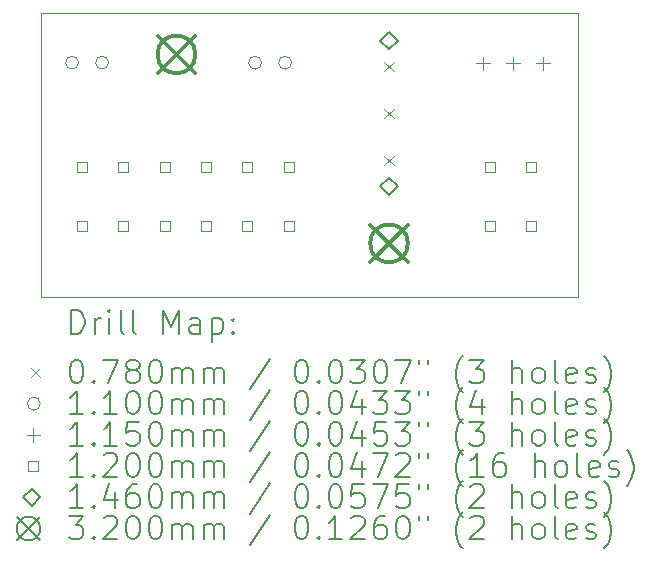
<source format=gbr>
%TF.GenerationSoftware,KiCad,Pcbnew,8.0.7*%
%TF.CreationDate,2024-12-13T10:46:23-05:00*%
%TF.ProjectId,SwerveHubWago,53776572-7665-4487-9562-5761676f2e6b,rev?*%
%TF.SameCoordinates,Original*%
%TF.FileFunction,Drillmap*%
%TF.FilePolarity,Positive*%
%FSLAX45Y45*%
G04 Gerber Fmt 4.5, Leading zero omitted, Abs format (unit mm)*
G04 Created by KiCad (PCBNEW 8.0.7) date 2024-12-13 10:46:23*
%MOMM*%
%LPD*%
G01*
G04 APERTURE LIST*
%ADD10C,0.050000*%
%ADD11C,0.200000*%
%ADD12C,0.100000*%
%ADD13C,0.110000*%
%ADD14C,0.115000*%
%ADD15C,0.120000*%
%ADD16C,0.146000*%
%ADD17C,0.320000*%
G04 APERTURE END LIST*
D10*
X12650000Y-4000000D02*
X17200000Y-4000000D01*
X17200000Y-6400000D01*
X12650000Y-6400000D01*
X12650000Y-4000000D01*
D11*
D12*
X15561000Y-4411000D02*
X15639000Y-4489000D01*
X15639000Y-4411000D02*
X15561000Y-4489000D01*
X15561000Y-4811000D02*
X15639000Y-4889000D01*
X15639000Y-4811000D02*
X15561000Y-4889000D01*
X15561000Y-5211000D02*
X15639000Y-5289000D01*
X15639000Y-5211000D02*
X15561000Y-5289000D01*
D13*
X12971500Y-4419500D02*
G75*
G02*
X12861500Y-4419500I-55000J0D01*
G01*
X12861500Y-4419500D02*
G75*
G02*
X12971500Y-4419500I55000J0D01*
G01*
X13225500Y-4419500D02*
G75*
G02*
X13115500Y-4419500I-55000J0D01*
G01*
X13115500Y-4419500D02*
G75*
G02*
X13225500Y-4419500I55000J0D01*
G01*
X14521500Y-4419500D02*
G75*
G02*
X14411500Y-4419500I-55000J0D01*
G01*
X14411500Y-4419500D02*
G75*
G02*
X14521500Y-4419500I55000J0D01*
G01*
X14775500Y-4419500D02*
G75*
G02*
X14665500Y-4419500I-55000J0D01*
G01*
X14665500Y-4419500D02*
G75*
G02*
X14775500Y-4419500I55000J0D01*
G01*
D14*
X16396000Y-4368500D02*
X16396000Y-4483500D01*
X16338500Y-4426000D02*
X16453500Y-4426000D01*
X16650000Y-4368500D02*
X16650000Y-4483500D01*
X16592500Y-4426000D02*
X16707500Y-4426000D01*
X16904000Y-4368500D02*
X16904000Y-4483500D01*
X16846500Y-4426000D02*
X16961500Y-4426000D01*
D15*
X13042427Y-5342427D02*
X13042427Y-5257573D01*
X12957573Y-5257573D01*
X12957573Y-5342427D01*
X13042427Y-5342427D01*
X13042427Y-5842427D02*
X13042427Y-5757573D01*
X12957573Y-5757573D01*
X12957573Y-5842427D01*
X13042427Y-5842427D01*
X13392427Y-5342427D02*
X13392427Y-5257573D01*
X13307573Y-5257573D01*
X13307573Y-5342427D01*
X13392427Y-5342427D01*
X13392427Y-5842427D02*
X13392427Y-5757573D01*
X13307573Y-5757573D01*
X13307573Y-5842427D01*
X13392427Y-5842427D01*
X13742427Y-5342427D02*
X13742427Y-5257573D01*
X13657573Y-5257573D01*
X13657573Y-5342427D01*
X13742427Y-5342427D01*
X13742427Y-5842427D02*
X13742427Y-5757573D01*
X13657573Y-5757573D01*
X13657573Y-5842427D01*
X13742427Y-5842427D01*
X14092427Y-5342427D02*
X14092427Y-5257573D01*
X14007573Y-5257573D01*
X14007573Y-5342427D01*
X14092427Y-5342427D01*
X14092427Y-5842427D02*
X14092427Y-5757573D01*
X14007573Y-5757573D01*
X14007573Y-5842427D01*
X14092427Y-5842427D01*
X14442427Y-5342427D02*
X14442427Y-5257573D01*
X14357573Y-5257573D01*
X14357573Y-5342427D01*
X14442427Y-5342427D01*
X14442427Y-5842427D02*
X14442427Y-5757573D01*
X14357573Y-5757573D01*
X14357573Y-5842427D01*
X14442427Y-5842427D01*
X14792427Y-5342427D02*
X14792427Y-5257573D01*
X14707573Y-5257573D01*
X14707573Y-5342427D01*
X14792427Y-5342427D01*
X14792427Y-5842427D02*
X14792427Y-5757573D01*
X14707573Y-5757573D01*
X14707573Y-5842427D01*
X14792427Y-5842427D01*
X16496427Y-5342427D02*
X16496427Y-5257573D01*
X16411573Y-5257573D01*
X16411573Y-5342427D01*
X16496427Y-5342427D01*
X16496427Y-5842427D02*
X16496427Y-5757573D01*
X16411573Y-5757573D01*
X16411573Y-5842427D01*
X16496427Y-5842427D01*
X16846427Y-5342427D02*
X16846427Y-5257573D01*
X16761573Y-5257573D01*
X16761573Y-5342427D01*
X16846427Y-5342427D01*
X16846427Y-5842427D02*
X16846427Y-5757573D01*
X16761573Y-5757573D01*
X16761573Y-5842427D01*
X16846427Y-5842427D01*
D16*
X15600000Y-4308000D02*
X15673000Y-4235000D01*
X15600000Y-4162000D01*
X15527000Y-4235000D01*
X15600000Y-4308000D01*
X15600000Y-5538000D02*
X15673000Y-5465000D01*
X15600000Y-5392000D01*
X15527000Y-5465000D01*
X15600000Y-5538000D01*
D17*
X13640000Y-4190000D02*
X13960000Y-4510000D01*
X13960000Y-4190000D02*
X13640000Y-4510000D01*
X13960000Y-4350000D02*
G75*
G02*
X13640000Y-4350000I-160000J0D01*
G01*
X13640000Y-4350000D02*
G75*
G02*
X13960000Y-4350000I160000J0D01*
G01*
X15440000Y-5790000D02*
X15760000Y-6110000D01*
X15760000Y-5790000D02*
X15440000Y-6110000D01*
X15760000Y-5950000D02*
G75*
G02*
X15440000Y-5950000I-160000J0D01*
G01*
X15440000Y-5950000D02*
G75*
G02*
X15760000Y-5950000I160000J0D01*
G01*
D11*
X12908277Y-6713984D02*
X12908277Y-6513984D01*
X12908277Y-6513984D02*
X12955896Y-6513984D01*
X12955896Y-6513984D02*
X12984467Y-6523508D01*
X12984467Y-6523508D02*
X13003515Y-6542555D01*
X13003515Y-6542555D02*
X13013039Y-6561603D01*
X13013039Y-6561603D02*
X13022562Y-6599698D01*
X13022562Y-6599698D02*
X13022562Y-6628269D01*
X13022562Y-6628269D02*
X13013039Y-6666365D01*
X13013039Y-6666365D02*
X13003515Y-6685412D01*
X13003515Y-6685412D02*
X12984467Y-6704460D01*
X12984467Y-6704460D02*
X12955896Y-6713984D01*
X12955896Y-6713984D02*
X12908277Y-6713984D01*
X13108277Y-6713984D02*
X13108277Y-6580650D01*
X13108277Y-6618746D02*
X13117801Y-6599698D01*
X13117801Y-6599698D02*
X13127324Y-6590174D01*
X13127324Y-6590174D02*
X13146372Y-6580650D01*
X13146372Y-6580650D02*
X13165420Y-6580650D01*
X13232086Y-6713984D02*
X13232086Y-6580650D01*
X13232086Y-6513984D02*
X13222562Y-6523508D01*
X13222562Y-6523508D02*
X13232086Y-6533031D01*
X13232086Y-6533031D02*
X13241610Y-6523508D01*
X13241610Y-6523508D02*
X13232086Y-6513984D01*
X13232086Y-6513984D02*
X13232086Y-6533031D01*
X13355896Y-6713984D02*
X13336848Y-6704460D01*
X13336848Y-6704460D02*
X13327324Y-6685412D01*
X13327324Y-6685412D02*
X13327324Y-6513984D01*
X13460658Y-6713984D02*
X13441610Y-6704460D01*
X13441610Y-6704460D02*
X13432086Y-6685412D01*
X13432086Y-6685412D02*
X13432086Y-6513984D01*
X13689229Y-6713984D02*
X13689229Y-6513984D01*
X13689229Y-6513984D02*
X13755896Y-6656841D01*
X13755896Y-6656841D02*
X13822562Y-6513984D01*
X13822562Y-6513984D02*
X13822562Y-6713984D01*
X14003515Y-6713984D02*
X14003515Y-6609222D01*
X14003515Y-6609222D02*
X13993991Y-6590174D01*
X13993991Y-6590174D02*
X13974943Y-6580650D01*
X13974943Y-6580650D02*
X13936848Y-6580650D01*
X13936848Y-6580650D02*
X13917801Y-6590174D01*
X14003515Y-6704460D02*
X13984467Y-6713984D01*
X13984467Y-6713984D02*
X13936848Y-6713984D01*
X13936848Y-6713984D02*
X13917801Y-6704460D01*
X13917801Y-6704460D02*
X13908277Y-6685412D01*
X13908277Y-6685412D02*
X13908277Y-6666365D01*
X13908277Y-6666365D02*
X13917801Y-6647317D01*
X13917801Y-6647317D02*
X13936848Y-6637793D01*
X13936848Y-6637793D02*
X13984467Y-6637793D01*
X13984467Y-6637793D02*
X14003515Y-6628269D01*
X14098753Y-6580650D02*
X14098753Y-6780650D01*
X14098753Y-6590174D02*
X14117801Y-6580650D01*
X14117801Y-6580650D02*
X14155896Y-6580650D01*
X14155896Y-6580650D02*
X14174943Y-6590174D01*
X14174943Y-6590174D02*
X14184467Y-6599698D01*
X14184467Y-6599698D02*
X14193991Y-6618746D01*
X14193991Y-6618746D02*
X14193991Y-6675888D01*
X14193991Y-6675888D02*
X14184467Y-6694936D01*
X14184467Y-6694936D02*
X14174943Y-6704460D01*
X14174943Y-6704460D02*
X14155896Y-6713984D01*
X14155896Y-6713984D02*
X14117801Y-6713984D01*
X14117801Y-6713984D02*
X14098753Y-6704460D01*
X14279705Y-6694936D02*
X14289229Y-6704460D01*
X14289229Y-6704460D02*
X14279705Y-6713984D01*
X14279705Y-6713984D02*
X14270182Y-6704460D01*
X14270182Y-6704460D02*
X14279705Y-6694936D01*
X14279705Y-6694936D02*
X14279705Y-6713984D01*
X14279705Y-6590174D02*
X14289229Y-6599698D01*
X14289229Y-6599698D02*
X14279705Y-6609222D01*
X14279705Y-6609222D02*
X14270182Y-6599698D01*
X14270182Y-6599698D02*
X14279705Y-6590174D01*
X14279705Y-6590174D02*
X14279705Y-6609222D01*
D12*
X12569500Y-7003500D02*
X12647500Y-7081500D01*
X12647500Y-7003500D02*
X12569500Y-7081500D01*
D11*
X12946372Y-6933984D02*
X12965420Y-6933984D01*
X12965420Y-6933984D02*
X12984467Y-6943508D01*
X12984467Y-6943508D02*
X12993991Y-6953031D01*
X12993991Y-6953031D02*
X13003515Y-6972079D01*
X13003515Y-6972079D02*
X13013039Y-7010174D01*
X13013039Y-7010174D02*
X13013039Y-7057793D01*
X13013039Y-7057793D02*
X13003515Y-7095888D01*
X13003515Y-7095888D02*
X12993991Y-7114936D01*
X12993991Y-7114936D02*
X12984467Y-7124460D01*
X12984467Y-7124460D02*
X12965420Y-7133984D01*
X12965420Y-7133984D02*
X12946372Y-7133984D01*
X12946372Y-7133984D02*
X12927324Y-7124460D01*
X12927324Y-7124460D02*
X12917801Y-7114936D01*
X12917801Y-7114936D02*
X12908277Y-7095888D01*
X12908277Y-7095888D02*
X12898753Y-7057793D01*
X12898753Y-7057793D02*
X12898753Y-7010174D01*
X12898753Y-7010174D02*
X12908277Y-6972079D01*
X12908277Y-6972079D02*
X12917801Y-6953031D01*
X12917801Y-6953031D02*
X12927324Y-6943508D01*
X12927324Y-6943508D02*
X12946372Y-6933984D01*
X13098753Y-7114936D02*
X13108277Y-7124460D01*
X13108277Y-7124460D02*
X13098753Y-7133984D01*
X13098753Y-7133984D02*
X13089229Y-7124460D01*
X13089229Y-7124460D02*
X13098753Y-7114936D01*
X13098753Y-7114936D02*
X13098753Y-7133984D01*
X13174943Y-6933984D02*
X13308277Y-6933984D01*
X13308277Y-6933984D02*
X13222562Y-7133984D01*
X13413039Y-7019698D02*
X13393991Y-7010174D01*
X13393991Y-7010174D02*
X13384467Y-7000650D01*
X13384467Y-7000650D02*
X13374943Y-6981603D01*
X13374943Y-6981603D02*
X13374943Y-6972079D01*
X13374943Y-6972079D02*
X13384467Y-6953031D01*
X13384467Y-6953031D02*
X13393991Y-6943508D01*
X13393991Y-6943508D02*
X13413039Y-6933984D01*
X13413039Y-6933984D02*
X13451134Y-6933984D01*
X13451134Y-6933984D02*
X13470182Y-6943508D01*
X13470182Y-6943508D02*
X13479705Y-6953031D01*
X13479705Y-6953031D02*
X13489229Y-6972079D01*
X13489229Y-6972079D02*
X13489229Y-6981603D01*
X13489229Y-6981603D02*
X13479705Y-7000650D01*
X13479705Y-7000650D02*
X13470182Y-7010174D01*
X13470182Y-7010174D02*
X13451134Y-7019698D01*
X13451134Y-7019698D02*
X13413039Y-7019698D01*
X13413039Y-7019698D02*
X13393991Y-7029222D01*
X13393991Y-7029222D02*
X13384467Y-7038746D01*
X13384467Y-7038746D02*
X13374943Y-7057793D01*
X13374943Y-7057793D02*
X13374943Y-7095888D01*
X13374943Y-7095888D02*
X13384467Y-7114936D01*
X13384467Y-7114936D02*
X13393991Y-7124460D01*
X13393991Y-7124460D02*
X13413039Y-7133984D01*
X13413039Y-7133984D02*
X13451134Y-7133984D01*
X13451134Y-7133984D02*
X13470182Y-7124460D01*
X13470182Y-7124460D02*
X13479705Y-7114936D01*
X13479705Y-7114936D02*
X13489229Y-7095888D01*
X13489229Y-7095888D02*
X13489229Y-7057793D01*
X13489229Y-7057793D02*
X13479705Y-7038746D01*
X13479705Y-7038746D02*
X13470182Y-7029222D01*
X13470182Y-7029222D02*
X13451134Y-7019698D01*
X13613039Y-6933984D02*
X13632086Y-6933984D01*
X13632086Y-6933984D02*
X13651134Y-6943508D01*
X13651134Y-6943508D02*
X13660658Y-6953031D01*
X13660658Y-6953031D02*
X13670182Y-6972079D01*
X13670182Y-6972079D02*
X13679705Y-7010174D01*
X13679705Y-7010174D02*
X13679705Y-7057793D01*
X13679705Y-7057793D02*
X13670182Y-7095888D01*
X13670182Y-7095888D02*
X13660658Y-7114936D01*
X13660658Y-7114936D02*
X13651134Y-7124460D01*
X13651134Y-7124460D02*
X13632086Y-7133984D01*
X13632086Y-7133984D02*
X13613039Y-7133984D01*
X13613039Y-7133984D02*
X13593991Y-7124460D01*
X13593991Y-7124460D02*
X13584467Y-7114936D01*
X13584467Y-7114936D02*
X13574943Y-7095888D01*
X13574943Y-7095888D02*
X13565420Y-7057793D01*
X13565420Y-7057793D02*
X13565420Y-7010174D01*
X13565420Y-7010174D02*
X13574943Y-6972079D01*
X13574943Y-6972079D02*
X13584467Y-6953031D01*
X13584467Y-6953031D02*
X13593991Y-6943508D01*
X13593991Y-6943508D02*
X13613039Y-6933984D01*
X13765420Y-7133984D02*
X13765420Y-7000650D01*
X13765420Y-7019698D02*
X13774943Y-7010174D01*
X13774943Y-7010174D02*
X13793991Y-7000650D01*
X13793991Y-7000650D02*
X13822563Y-7000650D01*
X13822563Y-7000650D02*
X13841610Y-7010174D01*
X13841610Y-7010174D02*
X13851134Y-7029222D01*
X13851134Y-7029222D02*
X13851134Y-7133984D01*
X13851134Y-7029222D02*
X13860658Y-7010174D01*
X13860658Y-7010174D02*
X13879705Y-7000650D01*
X13879705Y-7000650D02*
X13908277Y-7000650D01*
X13908277Y-7000650D02*
X13927324Y-7010174D01*
X13927324Y-7010174D02*
X13936848Y-7029222D01*
X13936848Y-7029222D02*
X13936848Y-7133984D01*
X14032086Y-7133984D02*
X14032086Y-7000650D01*
X14032086Y-7019698D02*
X14041610Y-7010174D01*
X14041610Y-7010174D02*
X14060658Y-7000650D01*
X14060658Y-7000650D02*
X14089229Y-7000650D01*
X14089229Y-7000650D02*
X14108277Y-7010174D01*
X14108277Y-7010174D02*
X14117801Y-7029222D01*
X14117801Y-7029222D02*
X14117801Y-7133984D01*
X14117801Y-7029222D02*
X14127324Y-7010174D01*
X14127324Y-7010174D02*
X14146372Y-7000650D01*
X14146372Y-7000650D02*
X14174943Y-7000650D01*
X14174943Y-7000650D02*
X14193991Y-7010174D01*
X14193991Y-7010174D02*
X14203515Y-7029222D01*
X14203515Y-7029222D02*
X14203515Y-7133984D01*
X14593991Y-6924460D02*
X14422563Y-7181603D01*
X14851134Y-6933984D02*
X14870182Y-6933984D01*
X14870182Y-6933984D02*
X14889229Y-6943508D01*
X14889229Y-6943508D02*
X14898753Y-6953031D01*
X14898753Y-6953031D02*
X14908277Y-6972079D01*
X14908277Y-6972079D02*
X14917801Y-7010174D01*
X14917801Y-7010174D02*
X14917801Y-7057793D01*
X14917801Y-7057793D02*
X14908277Y-7095888D01*
X14908277Y-7095888D02*
X14898753Y-7114936D01*
X14898753Y-7114936D02*
X14889229Y-7124460D01*
X14889229Y-7124460D02*
X14870182Y-7133984D01*
X14870182Y-7133984D02*
X14851134Y-7133984D01*
X14851134Y-7133984D02*
X14832086Y-7124460D01*
X14832086Y-7124460D02*
X14822563Y-7114936D01*
X14822563Y-7114936D02*
X14813039Y-7095888D01*
X14813039Y-7095888D02*
X14803515Y-7057793D01*
X14803515Y-7057793D02*
X14803515Y-7010174D01*
X14803515Y-7010174D02*
X14813039Y-6972079D01*
X14813039Y-6972079D02*
X14822563Y-6953031D01*
X14822563Y-6953031D02*
X14832086Y-6943508D01*
X14832086Y-6943508D02*
X14851134Y-6933984D01*
X15003515Y-7114936D02*
X15013039Y-7124460D01*
X15013039Y-7124460D02*
X15003515Y-7133984D01*
X15003515Y-7133984D02*
X14993991Y-7124460D01*
X14993991Y-7124460D02*
X15003515Y-7114936D01*
X15003515Y-7114936D02*
X15003515Y-7133984D01*
X15136848Y-6933984D02*
X15155896Y-6933984D01*
X15155896Y-6933984D02*
X15174944Y-6943508D01*
X15174944Y-6943508D02*
X15184467Y-6953031D01*
X15184467Y-6953031D02*
X15193991Y-6972079D01*
X15193991Y-6972079D02*
X15203515Y-7010174D01*
X15203515Y-7010174D02*
X15203515Y-7057793D01*
X15203515Y-7057793D02*
X15193991Y-7095888D01*
X15193991Y-7095888D02*
X15184467Y-7114936D01*
X15184467Y-7114936D02*
X15174944Y-7124460D01*
X15174944Y-7124460D02*
X15155896Y-7133984D01*
X15155896Y-7133984D02*
X15136848Y-7133984D01*
X15136848Y-7133984D02*
X15117801Y-7124460D01*
X15117801Y-7124460D02*
X15108277Y-7114936D01*
X15108277Y-7114936D02*
X15098753Y-7095888D01*
X15098753Y-7095888D02*
X15089229Y-7057793D01*
X15089229Y-7057793D02*
X15089229Y-7010174D01*
X15089229Y-7010174D02*
X15098753Y-6972079D01*
X15098753Y-6972079D02*
X15108277Y-6953031D01*
X15108277Y-6953031D02*
X15117801Y-6943508D01*
X15117801Y-6943508D02*
X15136848Y-6933984D01*
X15270182Y-6933984D02*
X15393991Y-6933984D01*
X15393991Y-6933984D02*
X15327325Y-7010174D01*
X15327325Y-7010174D02*
X15355896Y-7010174D01*
X15355896Y-7010174D02*
X15374944Y-7019698D01*
X15374944Y-7019698D02*
X15384467Y-7029222D01*
X15384467Y-7029222D02*
X15393991Y-7048269D01*
X15393991Y-7048269D02*
X15393991Y-7095888D01*
X15393991Y-7095888D02*
X15384467Y-7114936D01*
X15384467Y-7114936D02*
X15374944Y-7124460D01*
X15374944Y-7124460D02*
X15355896Y-7133984D01*
X15355896Y-7133984D02*
X15298753Y-7133984D01*
X15298753Y-7133984D02*
X15279706Y-7124460D01*
X15279706Y-7124460D02*
X15270182Y-7114936D01*
X15517801Y-6933984D02*
X15536848Y-6933984D01*
X15536848Y-6933984D02*
X15555896Y-6943508D01*
X15555896Y-6943508D02*
X15565420Y-6953031D01*
X15565420Y-6953031D02*
X15574944Y-6972079D01*
X15574944Y-6972079D02*
X15584467Y-7010174D01*
X15584467Y-7010174D02*
X15584467Y-7057793D01*
X15584467Y-7057793D02*
X15574944Y-7095888D01*
X15574944Y-7095888D02*
X15565420Y-7114936D01*
X15565420Y-7114936D02*
X15555896Y-7124460D01*
X15555896Y-7124460D02*
X15536848Y-7133984D01*
X15536848Y-7133984D02*
X15517801Y-7133984D01*
X15517801Y-7133984D02*
X15498753Y-7124460D01*
X15498753Y-7124460D02*
X15489229Y-7114936D01*
X15489229Y-7114936D02*
X15479706Y-7095888D01*
X15479706Y-7095888D02*
X15470182Y-7057793D01*
X15470182Y-7057793D02*
X15470182Y-7010174D01*
X15470182Y-7010174D02*
X15479706Y-6972079D01*
X15479706Y-6972079D02*
X15489229Y-6953031D01*
X15489229Y-6953031D02*
X15498753Y-6943508D01*
X15498753Y-6943508D02*
X15517801Y-6933984D01*
X15651134Y-6933984D02*
X15784467Y-6933984D01*
X15784467Y-6933984D02*
X15698753Y-7133984D01*
X15851134Y-6933984D02*
X15851134Y-6972079D01*
X15927325Y-6933984D02*
X15927325Y-6972079D01*
X16222563Y-7210174D02*
X16213039Y-7200650D01*
X16213039Y-7200650D02*
X16193991Y-7172079D01*
X16193991Y-7172079D02*
X16184468Y-7153031D01*
X16184468Y-7153031D02*
X16174944Y-7124460D01*
X16174944Y-7124460D02*
X16165420Y-7076841D01*
X16165420Y-7076841D02*
X16165420Y-7038746D01*
X16165420Y-7038746D02*
X16174944Y-6991127D01*
X16174944Y-6991127D02*
X16184468Y-6962555D01*
X16184468Y-6962555D02*
X16193991Y-6943508D01*
X16193991Y-6943508D02*
X16213039Y-6914936D01*
X16213039Y-6914936D02*
X16222563Y-6905412D01*
X16279706Y-6933984D02*
X16403515Y-6933984D01*
X16403515Y-6933984D02*
X16336848Y-7010174D01*
X16336848Y-7010174D02*
X16365420Y-7010174D01*
X16365420Y-7010174D02*
X16384468Y-7019698D01*
X16384468Y-7019698D02*
X16393991Y-7029222D01*
X16393991Y-7029222D02*
X16403515Y-7048269D01*
X16403515Y-7048269D02*
X16403515Y-7095888D01*
X16403515Y-7095888D02*
X16393991Y-7114936D01*
X16393991Y-7114936D02*
X16384468Y-7124460D01*
X16384468Y-7124460D02*
X16365420Y-7133984D01*
X16365420Y-7133984D02*
X16308277Y-7133984D01*
X16308277Y-7133984D02*
X16289229Y-7124460D01*
X16289229Y-7124460D02*
X16279706Y-7114936D01*
X16641610Y-7133984D02*
X16641610Y-6933984D01*
X16727325Y-7133984D02*
X16727325Y-7029222D01*
X16727325Y-7029222D02*
X16717801Y-7010174D01*
X16717801Y-7010174D02*
X16698753Y-7000650D01*
X16698753Y-7000650D02*
X16670182Y-7000650D01*
X16670182Y-7000650D02*
X16651134Y-7010174D01*
X16651134Y-7010174D02*
X16641610Y-7019698D01*
X16851134Y-7133984D02*
X16832087Y-7124460D01*
X16832087Y-7124460D02*
X16822563Y-7114936D01*
X16822563Y-7114936D02*
X16813039Y-7095888D01*
X16813039Y-7095888D02*
X16813039Y-7038746D01*
X16813039Y-7038746D02*
X16822563Y-7019698D01*
X16822563Y-7019698D02*
X16832087Y-7010174D01*
X16832087Y-7010174D02*
X16851134Y-7000650D01*
X16851134Y-7000650D02*
X16879706Y-7000650D01*
X16879706Y-7000650D02*
X16898753Y-7010174D01*
X16898753Y-7010174D02*
X16908277Y-7019698D01*
X16908277Y-7019698D02*
X16917801Y-7038746D01*
X16917801Y-7038746D02*
X16917801Y-7095888D01*
X16917801Y-7095888D02*
X16908277Y-7114936D01*
X16908277Y-7114936D02*
X16898753Y-7124460D01*
X16898753Y-7124460D02*
X16879706Y-7133984D01*
X16879706Y-7133984D02*
X16851134Y-7133984D01*
X17032087Y-7133984D02*
X17013039Y-7124460D01*
X17013039Y-7124460D02*
X17003515Y-7105412D01*
X17003515Y-7105412D02*
X17003515Y-6933984D01*
X17184468Y-7124460D02*
X17165420Y-7133984D01*
X17165420Y-7133984D02*
X17127325Y-7133984D01*
X17127325Y-7133984D02*
X17108277Y-7124460D01*
X17108277Y-7124460D02*
X17098753Y-7105412D01*
X17098753Y-7105412D02*
X17098753Y-7029222D01*
X17098753Y-7029222D02*
X17108277Y-7010174D01*
X17108277Y-7010174D02*
X17127325Y-7000650D01*
X17127325Y-7000650D02*
X17165420Y-7000650D01*
X17165420Y-7000650D02*
X17184468Y-7010174D01*
X17184468Y-7010174D02*
X17193992Y-7029222D01*
X17193992Y-7029222D02*
X17193992Y-7048269D01*
X17193992Y-7048269D02*
X17098753Y-7067317D01*
X17270182Y-7124460D02*
X17289230Y-7133984D01*
X17289230Y-7133984D02*
X17327325Y-7133984D01*
X17327325Y-7133984D02*
X17346373Y-7124460D01*
X17346373Y-7124460D02*
X17355896Y-7105412D01*
X17355896Y-7105412D02*
X17355896Y-7095888D01*
X17355896Y-7095888D02*
X17346373Y-7076841D01*
X17346373Y-7076841D02*
X17327325Y-7067317D01*
X17327325Y-7067317D02*
X17298753Y-7067317D01*
X17298753Y-7067317D02*
X17279706Y-7057793D01*
X17279706Y-7057793D02*
X17270182Y-7038746D01*
X17270182Y-7038746D02*
X17270182Y-7029222D01*
X17270182Y-7029222D02*
X17279706Y-7010174D01*
X17279706Y-7010174D02*
X17298753Y-7000650D01*
X17298753Y-7000650D02*
X17327325Y-7000650D01*
X17327325Y-7000650D02*
X17346373Y-7010174D01*
X17422563Y-7210174D02*
X17432087Y-7200650D01*
X17432087Y-7200650D02*
X17451134Y-7172079D01*
X17451134Y-7172079D02*
X17460658Y-7153031D01*
X17460658Y-7153031D02*
X17470182Y-7124460D01*
X17470182Y-7124460D02*
X17479706Y-7076841D01*
X17479706Y-7076841D02*
X17479706Y-7038746D01*
X17479706Y-7038746D02*
X17470182Y-6991127D01*
X17470182Y-6991127D02*
X17460658Y-6962555D01*
X17460658Y-6962555D02*
X17451134Y-6943508D01*
X17451134Y-6943508D02*
X17432087Y-6914936D01*
X17432087Y-6914936D02*
X17422563Y-6905412D01*
D13*
X12647500Y-7306500D02*
G75*
G02*
X12537500Y-7306500I-55000J0D01*
G01*
X12537500Y-7306500D02*
G75*
G02*
X12647500Y-7306500I55000J0D01*
G01*
D11*
X13013039Y-7397984D02*
X12898753Y-7397984D01*
X12955896Y-7397984D02*
X12955896Y-7197984D01*
X12955896Y-7197984D02*
X12936848Y-7226555D01*
X12936848Y-7226555D02*
X12917801Y-7245603D01*
X12917801Y-7245603D02*
X12898753Y-7255127D01*
X13098753Y-7378936D02*
X13108277Y-7388460D01*
X13108277Y-7388460D02*
X13098753Y-7397984D01*
X13098753Y-7397984D02*
X13089229Y-7388460D01*
X13089229Y-7388460D02*
X13098753Y-7378936D01*
X13098753Y-7378936D02*
X13098753Y-7397984D01*
X13298753Y-7397984D02*
X13184467Y-7397984D01*
X13241610Y-7397984D02*
X13241610Y-7197984D01*
X13241610Y-7197984D02*
X13222562Y-7226555D01*
X13222562Y-7226555D02*
X13203515Y-7245603D01*
X13203515Y-7245603D02*
X13184467Y-7255127D01*
X13422562Y-7197984D02*
X13441610Y-7197984D01*
X13441610Y-7197984D02*
X13460658Y-7207508D01*
X13460658Y-7207508D02*
X13470182Y-7217031D01*
X13470182Y-7217031D02*
X13479705Y-7236079D01*
X13479705Y-7236079D02*
X13489229Y-7274174D01*
X13489229Y-7274174D02*
X13489229Y-7321793D01*
X13489229Y-7321793D02*
X13479705Y-7359888D01*
X13479705Y-7359888D02*
X13470182Y-7378936D01*
X13470182Y-7378936D02*
X13460658Y-7388460D01*
X13460658Y-7388460D02*
X13441610Y-7397984D01*
X13441610Y-7397984D02*
X13422562Y-7397984D01*
X13422562Y-7397984D02*
X13403515Y-7388460D01*
X13403515Y-7388460D02*
X13393991Y-7378936D01*
X13393991Y-7378936D02*
X13384467Y-7359888D01*
X13384467Y-7359888D02*
X13374943Y-7321793D01*
X13374943Y-7321793D02*
X13374943Y-7274174D01*
X13374943Y-7274174D02*
X13384467Y-7236079D01*
X13384467Y-7236079D02*
X13393991Y-7217031D01*
X13393991Y-7217031D02*
X13403515Y-7207508D01*
X13403515Y-7207508D02*
X13422562Y-7197984D01*
X13613039Y-7197984D02*
X13632086Y-7197984D01*
X13632086Y-7197984D02*
X13651134Y-7207508D01*
X13651134Y-7207508D02*
X13660658Y-7217031D01*
X13660658Y-7217031D02*
X13670182Y-7236079D01*
X13670182Y-7236079D02*
X13679705Y-7274174D01*
X13679705Y-7274174D02*
X13679705Y-7321793D01*
X13679705Y-7321793D02*
X13670182Y-7359888D01*
X13670182Y-7359888D02*
X13660658Y-7378936D01*
X13660658Y-7378936D02*
X13651134Y-7388460D01*
X13651134Y-7388460D02*
X13632086Y-7397984D01*
X13632086Y-7397984D02*
X13613039Y-7397984D01*
X13613039Y-7397984D02*
X13593991Y-7388460D01*
X13593991Y-7388460D02*
X13584467Y-7378936D01*
X13584467Y-7378936D02*
X13574943Y-7359888D01*
X13574943Y-7359888D02*
X13565420Y-7321793D01*
X13565420Y-7321793D02*
X13565420Y-7274174D01*
X13565420Y-7274174D02*
X13574943Y-7236079D01*
X13574943Y-7236079D02*
X13584467Y-7217031D01*
X13584467Y-7217031D02*
X13593991Y-7207508D01*
X13593991Y-7207508D02*
X13613039Y-7197984D01*
X13765420Y-7397984D02*
X13765420Y-7264650D01*
X13765420Y-7283698D02*
X13774943Y-7274174D01*
X13774943Y-7274174D02*
X13793991Y-7264650D01*
X13793991Y-7264650D02*
X13822563Y-7264650D01*
X13822563Y-7264650D02*
X13841610Y-7274174D01*
X13841610Y-7274174D02*
X13851134Y-7293222D01*
X13851134Y-7293222D02*
X13851134Y-7397984D01*
X13851134Y-7293222D02*
X13860658Y-7274174D01*
X13860658Y-7274174D02*
X13879705Y-7264650D01*
X13879705Y-7264650D02*
X13908277Y-7264650D01*
X13908277Y-7264650D02*
X13927324Y-7274174D01*
X13927324Y-7274174D02*
X13936848Y-7293222D01*
X13936848Y-7293222D02*
X13936848Y-7397984D01*
X14032086Y-7397984D02*
X14032086Y-7264650D01*
X14032086Y-7283698D02*
X14041610Y-7274174D01*
X14041610Y-7274174D02*
X14060658Y-7264650D01*
X14060658Y-7264650D02*
X14089229Y-7264650D01*
X14089229Y-7264650D02*
X14108277Y-7274174D01*
X14108277Y-7274174D02*
X14117801Y-7293222D01*
X14117801Y-7293222D02*
X14117801Y-7397984D01*
X14117801Y-7293222D02*
X14127324Y-7274174D01*
X14127324Y-7274174D02*
X14146372Y-7264650D01*
X14146372Y-7264650D02*
X14174943Y-7264650D01*
X14174943Y-7264650D02*
X14193991Y-7274174D01*
X14193991Y-7274174D02*
X14203515Y-7293222D01*
X14203515Y-7293222D02*
X14203515Y-7397984D01*
X14593991Y-7188460D02*
X14422563Y-7445603D01*
X14851134Y-7197984D02*
X14870182Y-7197984D01*
X14870182Y-7197984D02*
X14889229Y-7207508D01*
X14889229Y-7207508D02*
X14898753Y-7217031D01*
X14898753Y-7217031D02*
X14908277Y-7236079D01*
X14908277Y-7236079D02*
X14917801Y-7274174D01*
X14917801Y-7274174D02*
X14917801Y-7321793D01*
X14917801Y-7321793D02*
X14908277Y-7359888D01*
X14908277Y-7359888D02*
X14898753Y-7378936D01*
X14898753Y-7378936D02*
X14889229Y-7388460D01*
X14889229Y-7388460D02*
X14870182Y-7397984D01*
X14870182Y-7397984D02*
X14851134Y-7397984D01*
X14851134Y-7397984D02*
X14832086Y-7388460D01*
X14832086Y-7388460D02*
X14822563Y-7378936D01*
X14822563Y-7378936D02*
X14813039Y-7359888D01*
X14813039Y-7359888D02*
X14803515Y-7321793D01*
X14803515Y-7321793D02*
X14803515Y-7274174D01*
X14803515Y-7274174D02*
X14813039Y-7236079D01*
X14813039Y-7236079D02*
X14822563Y-7217031D01*
X14822563Y-7217031D02*
X14832086Y-7207508D01*
X14832086Y-7207508D02*
X14851134Y-7197984D01*
X15003515Y-7378936D02*
X15013039Y-7388460D01*
X15013039Y-7388460D02*
X15003515Y-7397984D01*
X15003515Y-7397984D02*
X14993991Y-7388460D01*
X14993991Y-7388460D02*
X15003515Y-7378936D01*
X15003515Y-7378936D02*
X15003515Y-7397984D01*
X15136848Y-7197984D02*
X15155896Y-7197984D01*
X15155896Y-7197984D02*
X15174944Y-7207508D01*
X15174944Y-7207508D02*
X15184467Y-7217031D01*
X15184467Y-7217031D02*
X15193991Y-7236079D01*
X15193991Y-7236079D02*
X15203515Y-7274174D01*
X15203515Y-7274174D02*
X15203515Y-7321793D01*
X15203515Y-7321793D02*
X15193991Y-7359888D01*
X15193991Y-7359888D02*
X15184467Y-7378936D01*
X15184467Y-7378936D02*
X15174944Y-7388460D01*
X15174944Y-7388460D02*
X15155896Y-7397984D01*
X15155896Y-7397984D02*
X15136848Y-7397984D01*
X15136848Y-7397984D02*
X15117801Y-7388460D01*
X15117801Y-7388460D02*
X15108277Y-7378936D01*
X15108277Y-7378936D02*
X15098753Y-7359888D01*
X15098753Y-7359888D02*
X15089229Y-7321793D01*
X15089229Y-7321793D02*
X15089229Y-7274174D01*
X15089229Y-7274174D02*
X15098753Y-7236079D01*
X15098753Y-7236079D02*
X15108277Y-7217031D01*
X15108277Y-7217031D02*
X15117801Y-7207508D01*
X15117801Y-7207508D02*
X15136848Y-7197984D01*
X15374944Y-7264650D02*
X15374944Y-7397984D01*
X15327325Y-7188460D02*
X15279706Y-7331317D01*
X15279706Y-7331317D02*
X15403515Y-7331317D01*
X15460658Y-7197984D02*
X15584467Y-7197984D01*
X15584467Y-7197984D02*
X15517801Y-7274174D01*
X15517801Y-7274174D02*
X15546372Y-7274174D01*
X15546372Y-7274174D02*
X15565420Y-7283698D01*
X15565420Y-7283698D02*
X15574944Y-7293222D01*
X15574944Y-7293222D02*
X15584467Y-7312269D01*
X15584467Y-7312269D02*
X15584467Y-7359888D01*
X15584467Y-7359888D02*
X15574944Y-7378936D01*
X15574944Y-7378936D02*
X15565420Y-7388460D01*
X15565420Y-7388460D02*
X15546372Y-7397984D01*
X15546372Y-7397984D02*
X15489229Y-7397984D01*
X15489229Y-7397984D02*
X15470182Y-7388460D01*
X15470182Y-7388460D02*
X15460658Y-7378936D01*
X15651134Y-7197984D02*
X15774944Y-7197984D01*
X15774944Y-7197984D02*
X15708277Y-7274174D01*
X15708277Y-7274174D02*
X15736848Y-7274174D01*
X15736848Y-7274174D02*
X15755896Y-7283698D01*
X15755896Y-7283698D02*
X15765420Y-7293222D01*
X15765420Y-7293222D02*
X15774944Y-7312269D01*
X15774944Y-7312269D02*
X15774944Y-7359888D01*
X15774944Y-7359888D02*
X15765420Y-7378936D01*
X15765420Y-7378936D02*
X15755896Y-7388460D01*
X15755896Y-7388460D02*
X15736848Y-7397984D01*
X15736848Y-7397984D02*
X15679706Y-7397984D01*
X15679706Y-7397984D02*
X15660658Y-7388460D01*
X15660658Y-7388460D02*
X15651134Y-7378936D01*
X15851134Y-7197984D02*
X15851134Y-7236079D01*
X15927325Y-7197984D02*
X15927325Y-7236079D01*
X16222563Y-7474174D02*
X16213039Y-7464650D01*
X16213039Y-7464650D02*
X16193991Y-7436079D01*
X16193991Y-7436079D02*
X16184468Y-7417031D01*
X16184468Y-7417031D02*
X16174944Y-7388460D01*
X16174944Y-7388460D02*
X16165420Y-7340841D01*
X16165420Y-7340841D02*
X16165420Y-7302746D01*
X16165420Y-7302746D02*
X16174944Y-7255127D01*
X16174944Y-7255127D02*
X16184468Y-7226555D01*
X16184468Y-7226555D02*
X16193991Y-7207508D01*
X16193991Y-7207508D02*
X16213039Y-7178936D01*
X16213039Y-7178936D02*
X16222563Y-7169412D01*
X16384468Y-7264650D02*
X16384468Y-7397984D01*
X16336848Y-7188460D02*
X16289229Y-7331317D01*
X16289229Y-7331317D02*
X16413039Y-7331317D01*
X16641610Y-7397984D02*
X16641610Y-7197984D01*
X16727325Y-7397984D02*
X16727325Y-7293222D01*
X16727325Y-7293222D02*
X16717801Y-7274174D01*
X16717801Y-7274174D02*
X16698753Y-7264650D01*
X16698753Y-7264650D02*
X16670182Y-7264650D01*
X16670182Y-7264650D02*
X16651134Y-7274174D01*
X16651134Y-7274174D02*
X16641610Y-7283698D01*
X16851134Y-7397984D02*
X16832087Y-7388460D01*
X16832087Y-7388460D02*
X16822563Y-7378936D01*
X16822563Y-7378936D02*
X16813039Y-7359888D01*
X16813039Y-7359888D02*
X16813039Y-7302746D01*
X16813039Y-7302746D02*
X16822563Y-7283698D01*
X16822563Y-7283698D02*
X16832087Y-7274174D01*
X16832087Y-7274174D02*
X16851134Y-7264650D01*
X16851134Y-7264650D02*
X16879706Y-7264650D01*
X16879706Y-7264650D02*
X16898753Y-7274174D01*
X16898753Y-7274174D02*
X16908277Y-7283698D01*
X16908277Y-7283698D02*
X16917801Y-7302746D01*
X16917801Y-7302746D02*
X16917801Y-7359888D01*
X16917801Y-7359888D02*
X16908277Y-7378936D01*
X16908277Y-7378936D02*
X16898753Y-7388460D01*
X16898753Y-7388460D02*
X16879706Y-7397984D01*
X16879706Y-7397984D02*
X16851134Y-7397984D01*
X17032087Y-7397984D02*
X17013039Y-7388460D01*
X17013039Y-7388460D02*
X17003515Y-7369412D01*
X17003515Y-7369412D02*
X17003515Y-7197984D01*
X17184468Y-7388460D02*
X17165420Y-7397984D01*
X17165420Y-7397984D02*
X17127325Y-7397984D01*
X17127325Y-7397984D02*
X17108277Y-7388460D01*
X17108277Y-7388460D02*
X17098753Y-7369412D01*
X17098753Y-7369412D02*
X17098753Y-7293222D01*
X17098753Y-7293222D02*
X17108277Y-7274174D01*
X17108277Y-7274174D02*
X17127325Y-7264650D01*
X17127325Y-7264650D02*
X17165420Y-7264650D01*
X17165420Y-7264650D02*
X17184468Y-7274174D01*
X17184468Y-7274174D02*
X17193992Y-7293222D01*
X17193992Y-7293222D02*
X17193992Y-7312269D01*
X17193992Y-7312269D02*
X17098753Y-7331317D01*
X17270182Y-7388460D02*
X17289230Y-7397984D01*
X17289230Y-7397984D02*
X17327325Y-7397984D01*
X17327325Y-7397984D02*
X17346373Y-7388460D01*
X17346373Y-7388460D02*
X17355896Y-7369412D01*
X17355896Y-7369412D02*
X17355896Y-7359888D01*
X17355896Y-7359888D02*
X17346373Y-7340841D01*
X17346373Y-7340841D02*
X17327325Y-7331317D01*
X17327325Y-7331317D02*
X17298753Y-7331317D01*
X17298753Y-7331317D02*
X17279706Y-7321793D01*
X17279706Y-7321793D02*
X17270182Y-7302746D01*
X17270182Y-7302746D02*
X17270182Y-7293222D01*
X17270182Y-7293222D02*
X17279706Y-7274174D01*
X17279706Y-7274174D02*
X17298753Y-7264650D01*
X17298753Y-7264650D02*
X17327325Y-7264650D01*
X17327325Y-7264650D02*
X17346373Y-7274174D01*
X17422563Y-7474174D02*
X17432087Y-7464650D01*
X17432087Y-7464650D02*
X17451134Y-7436079D01*
X17451134Y-7436079D02*
X17460658Y-7417031D01*
X17460658Y-7417031D02*
X17470182Y-7388460D01*
X17470182Y-7388460D02*
X17479706Y-7340841D01*
X17479706Y-7340841D02*
X17479706Y-7302746D01*
X17479706Y-7302746D02*
X17470182Y-7255127D01*
X17470182Y-7255127D02*
X17460658Y-7226555D01*
X17460658Y-7226555D02*
X17451134Y-7207508D01*
X17451134Y-7207508D02*
X17432087Y-7178936D01*
X17432087Y-7178936D02*
X17422563Y-7169412D01*
D14*
X12590000Y-7513000D02*
X12590000Y-7628000D01*
X12532500Y-7570500D02*
X12647500Y-7570500D01*
D11*
X13013039Y-7661984D02*
X12898753Y-7661984D01*
X12955896Y-7661984D02*
X12955896Y-7461984D01*
X12955896Y-7461984D02*
X12936848Y-7490555D01*
X12936848Y-7490555D02*
X12917801Y-7509603D01*
X12917801Y-7509603D02*
X12898753Y-7519127D01*
X13098753Y-7642936D02*
X13108277Y-7652460D01*
X13108277Y-7652460D02*
X13098753Y-7661984D01*
X13098753Y-7661984D02*
X13089229Y-7652460D01*
X13089229Y-7652460D02*
X13098753Y-7642936D01*
X13098753Y-7642936D02*
X13098753Y-7661984D01*
X13298753Y-7661984D02*
X13184467Y-7661984D01*
X13241610Y-7661984D02*
X13241610Y-7461984D01*
X13241610Y-7461984D02*
X13222562Y-7490555D01*
X13222562Y-7490555D02*
X13203515Y-7509603D01*
X13203515Y-7509603D02*
X13184467Y-7519127D01*
X13479705Y-7461984D02*
X13384467Y-7461984D01*
X13384467Y-7461984D02*
X13374943Y-7557222D01*
X13374943Y-7557222D02*
X13384467Y-7547698D01*
X13384467Y-7547698D02*
X13403515Y-7538174D01*
X13403515Y-7538174D02*
X13451134Y-7538174D01*
X13451134Y-7538174D02*
X13470182Y-7547698D01*
X13470182Y-7547698D02*
X13479705Y-7557222D01*
X13479705Y-7557222D02*
X13489229Y-7576269D01*
X13489229Y-7576269D02*
X13489229Y-7623888D01*
X13489229Y-7623888D02*
X13479705Y-7642936D01*
X13479705Y-7642936D02*
X13470182Y-7652460D01*
X13470182Y-7652460D02*
X13451134Y-7661984D01*
X13451134Y-7661984D02*
X13403515Y-7661984D01*
X13403515Y-7661984D02*
X13384467Y-7652460D01*
X13384467Y-7652460D02*
X13374943Y-7642936D01*
X13613039Y-7461984D02*
X13632086Y-7461984D01*
X13632086Y-7461984D02*
X13651134Y-7471508D01*
X13651134Y-7471508D02*
X13660658Y-7481031D01*
X13660658Y-7481031D02*
X13670182Y-7500079D01*
X13670182Y-7500079D02*
X13679705Y-7538174D01*
X13679705Y-7538174D02*
X13679705Y-7585793D01*
X13679705Y-7585793D02*
X13670182Y-7623888D01*
X13670182Y-7623888D02*
X13660658Y-7642936D01*
X13660658Y-7642936D02*
X13651134Y-7652460D01*
X13651134Y-7652460D02*
X13632086Y-7661984D01*
X13632086Y-7661984D02*
X13613039Y-7661984D01*
X13613039Y-7661984D02*
X13593991Y-7652460D01*
X13593991Y-7652460D02*
X13584467Y-7642936D01*
X13584467Y-7642936D02*
X13574943Y-7623888D01*
X13574943Y-7623888D02*
X13565420Y-7585793D01*
X13565420Y-7585793D02*
X13565420Y-7538174D01*
X13565420Y-7538174D02*
X13574943Y-7500079D01*
X13574943Y-7500079D02*
X13584467Y-7481031D01*
X13584467Y-7481031D02*
X13593991Y-7471508D01*
X13593991Y-7471508D02*
X13613039Y-7461984D01*
X13765420Y-7661984D02*
X13765420Y-7528650D01*
X13765420Y-7547698D02*
X13774943Y-7538174D01*
X13774943Y-7538174D02*
X13793991Y-7528650D01*
X13793991Y-7528650D02*
X13822563Y-7528650D01*
X13822563Y-7528650D02*
X13841610Y-7538174D01*
X13841610Y-7538174D02*
X13851134Y-7557222D01*
X13851134Y-7557222D02*
X13851134Y-7661984D01*
X13851134Y-7557222D02*
X13860658Y-7538174D01*
X13860658Y-7538174D02*
X13879705Y-7528650D01*
X13879705Y-7528650D02*
X13908277Y-7528650D01*
X13908277Y-7528650D02*
X13927324Y-7538174D01*
X13927324Y-7538174D02*
X13936848Y-7557222D01*
X13936848Y-7557222D02*
X13936848Y-7661984D01*
X14032086Y-7661984D02*
X14032086Y-7528650D01*
X14032086Y-7547698D02*
X14041610Y-7538174D01*
X14041610Y-7538174D02*
X14060658Y-7528650D01*
X14060658Y-7528650D02*
X14089229Y-7528650D01*
X14089229Y-7528650D02*
X14108277Y-7538174D01*
X14108277Y-7538174D02*
X14117801Y-7557222D01*
X14117801Y-7557222D02*
X14117801Y-7661984D01*
X14117801Y-7557222D02*
X14127324Y-7538174D01*
X14127324Y-7538174D02*
X14146372Y-7528650D01*
X14146372Y-7528650D02*
X14174943Y-7528650D01*
X14174943Y-7528650D02*
X14193991Y-7538174D01*
X14193991Y-7538174D02*
X14203515Y-7557222D01*
X14203515Y-7557222D02*
X14203515Y-7661984D01*
X14593991Y-7452460D02*
X14422563Y-7709603D01*
X14851134Y-7461984D02*
X14870182Y-7461984D01*
X14870182Y-7461984D02*
X14889229Y-7471508D01*
X14889229Y-7471508D02*
X14898753Y-7481031D01*
X14898753Y-7481031D02*
X14908277Y-7500079D01*
X14908277Y-7500079D02*
X14917801Y-7538174D01*
X14917801Y-7538174D02*
X14917801Y-7585793D01*
X14917801Y-7585793D02*
X14908277Y-7623888D01*
X14908277Y-7623888D02*
X14898753Y-7642936D01*
X14898753Y-7642936D02*
X14889229Y-7652460D01*
X14889229Y-7652460D02*
X14870182Y-7661984D01*
X14870182Y-7661984D02*
X14851134Y-7661984D01*
X14851134Y-7661984D02*
X14832086Y-7652460D01*
X14832086Y-7652460D02*
X14822563Y-7642936D01*
X14822563Y-7642936D02*
X14813039Y-7623888D01*
X14813039Y-7623888D02*
X14803515Y-7585793D01*
X14803515Y-7585793D02*
X14803515Y-7538174D01*
X14803515Y-7538174D02*
X14813039Y-7500079D01*
X14813039Y-7500079D02*
X14822563Y-7481031D01*
X14822563Y-7481031D02*
X14832086Y-7471508D01*
X14832086Y-7471508D02*
X14851134Y-7461984D01*
X15003515Y-7642936D02*
X15013039Y-7652460D01*
X15013039Y-7652460D02*
X15003515Y-7661984D01*
X15003515Y-7661984D02*
X14993991Y-7652460D01*
X14993991Y-7652460D02*
X15003515Y-7642936D01*
X15003515Y-7642936D02*
X15003515Y-7661984D01*
X15136848Y-7461984D02*
X15155896Y-7461984D01*
X15155896Y-7461984D02*
X15174944Y-7471508D01*
X15174944Y-7471508D02*
X15184467Y-7481031D01*
X15184467Y-7481031D02*
X15193991Y-7500079D01*
X15193991Y-7500079D02*
X15203515Y-7538174D01*
X15203515Y-7538174D02*
X15203515Y-7585793D01*
X15203515Y-7585793D02*
X15193991Y-7623888D01*
X15193991Y-7623888D02*
X15184467Y-7642936D01*
X15184467Y-7642936D02*
X15174944Y-7652460D01*
X15174944Y-7652460D02*
X15155896Y-7661984D01*
X15155896Y-7661984D02*
X15136848Y-7661984D01*
X15136848Y-7661984D02*
X15117801Y-7652460D01*
X15117801Y-7652460D02*
X15108277Y-7642936D01*
X15108277Y-7642936D02*
X15098753Y-7623888D01*
X15098753Y-7623888D02*
X15089229Y-7585793D01*
X15089229Y-7585793D02*
X15089229Y-7538174D01*
X15089229Y-7538174D02*
X15098753Y-7500079D01*
X15098753Y-7500079D02*
X15108277Y-7481031D01*
X15108277Y-7481031D02*
X15117801Y-7471508D01*
X15117801Y-7471508D02*
X15136848Y-7461984D01*
X15374944Y-7528650D02*
X15374944Y-7661984D01*
X15327325Y-7452460D02*
X15279706Y-7595317D01*
X15279706Y-7595317D02*
X15403515Y-7595317D01*
X15574944Y-7461984D02*
X15479706Y-7461984D01*
X15479706Y-7461984D02*
X15470182Y-7557222D01*
X15470182Y-7557222D02*
X15479706Y-7547698D01*
X15479706Y-7547698D02*
X15498753Y-7538174D01*
X15498753Y-7538174D02*
X15546372Y-7538174D01*
X15546372Y-7538174D02*
X15565420Y-7547698D01*
X15565420Y-7547698D02*
X15574944Y-7557222D01*
X15574944Y-7557222D02*
X15584467Y-7576269D01*
X15584467Y-7576269D02*
X15584467Y-7623888D01*
X15584467Y-7623888D02*
X15574944Y-7642936D01*
X15574944Y-7642936D02*
X15565420Y-7652460D01*
X15565420Y-7652460D02*
X15546372Y-7661984D01*
X15546372Y-7661984D02*
X15498753Y-7661984D01*
X15498753Y-7661984D02*
X15479706Y-7652460D01*
X15479706Y-7652460D02*
X15470182Y-7642936D01*
X15651134Y-7461984D02*
X15774944Y-7461984D01*
X15774944Y-7461984D02*
X15708277Y-7538174D01*
X15708277Y-7538174D02*
X15736848Y-7538174D01*
X15736848Y-7538174D02*
X15755896Y-7547698D01*
X15755896Y-7547698D02*
X15765420Y-7557222D01*
X15765420Y-7557222D02*
X15774944Y-7576269D01*
X15774944Y-7576269D02*
X15774944Y-7623888D01*
X15774944Y-7623888D02*
X15765420Y-7642936D01*
X15765420Y-7642936D02*
X15755896Y-7652460D01*
X15755896Y-7652460D02*
X15736848Y-7661984D01*
X15736848Y-7661984D02*
X15679706Y-7661984D01*
X15679706Y-7661984D02*
X15660658Y-7652460D01*
X15660658Y-7652460D02*
X15651134Y-7642936D01*
X15851134Y-7461984D02*
X15851134Y-7500079D01*
X15927325Y-7461984D02*
X15927325Y-7500079D01*
X16222563Y-7738174D02*
X16213039Y-7728650D01*
X16213039Y-7728650D02*
X16193991Y-7700079D01*
X16193991Y-7700079D02*
X16184468Y-7681031D01*
X16184468Y-7681031D02*
X16174944Y-7652460D01*
X16174944Y-7652460D02*
X16165420Y-7604841D01*
X16165420Y-7604841D02*
X16165420Y-7566746D01*
X16165420Y-7566746D02*
X16174944Y-7519127D01*
X16174944Y-7519127D02*
X16184468Y-7490555D01*
X16184468Y-7490555D02*
X16193991Y-7471508D01*
X16193991Y-7471508D02*
X16213039Y-7442936D01*
X16213039Y-7442936D02*
X16222563Y-7433412D01*
X16279706Y-7461984D02*
X16403515Y-7461984D01*
X16403515Y-7461984D02*
X16336848Y-7538174D01*
X16336848Y-7538174D02*
X16365420Y-7538174D01*
X16365420Y-7538174D02*
X16384468Y-7547698D01*
X16384468Y-7547698D02*
X16393991Y-7557222D01*
X16393991Y-7557222D02*
X16403515Y-7576269D01*
X16403515Y-7576269D02*
X16403515Y-7623888D01*
X16403515Y-7623888D02*
X16393991Y-7642936D01*
X16393991Y-7642936D02*
X16384468Y-7652460D01*
X16384468Y-7652460D02*
X16365420Y-7661984D01*
X16365420Y-7661984D02*
X16308277Y-7661984D01*
X16308277Y-7661984D02*
X16289229Y-7652460D01*
X16289229Y-7652460D02*
X16279706Y-7642936D01*
X16641610Y-7661984D02*
X16641610Y-7461984D01*
X16727325Y-7661984D02*
X16727325Y-7557222D01*
X16727325Y-7557222D02*
X16717801Y-7538174D01*
X16717801Y-7538174D02*
X16698753Y-7528650D01*
X16698753Y-7528650D02*
X16670182Y-7528650D01*
X16670182Y-7528650D02*
X16651134Y-7538174D01*
X16651134Y-7538174D02*
X16641610Y-7547698D01*
X16851134Y-7661984D02*
X16832087Y-7652460D01*
X16832087Y-7652460D02*
X16822563Y-7642936D01*
X16822563Y-7642936D02*
X16813039Y-7623888D01*
X16813039Y-7623888D02*
X16813039Y-7566746D01*
X16813039Y-7566746D02*
X16822563Y-7547698D01*
X16822563Y-7547698D02*
X16832087Y-7538174D01*
X16832087Y-7538174D02*
X16851134Y-7528650D01*
X16851134Y-7528650D02*
X16879706Y-7528650D01*
X16879706Y-7528650D02*
X16898753Y-7538174D01*
X16898753Y-7538174D02*
X16908277Y-7547698D01*
X16908277Y-7547698D02*
X16917801Y-7566746D01*
X16917801Y-7566746D02*
X16917801Y-7623888D01*
X16917801Y-7623888D02*
X16908277Y-7642936D01*
X16908277Y-7642936D02*
X16898753Y-7652460D01*
X16898753Y-7652460D02*
X16879706Y-7661984D01*
X16879706Y-7661984D02*
X16851134Y-7661984D01*
X17032087Y-7661984D02*
X17013039Y-7652460D01*
X17013039Y-7652460D02*
X17003515Y-7633412D01*
X17003515Y-7633412D02*
X17003515Y-7461984D01*
X17184468Y-7652460D02*
X17165420Y-7661984D01*
X17165420Y-7661984D02*
X17127325Y-7661984D01*
X17127325Y-7661984D02*
X17108277Y-7652460D01*
X17108277Y-7652460D02*
X17098753Y-7633412D01*
X17098753Y-7633412D02*
X17098753Y-7557222D01*
X17098753Y-7557222D02*
X17108277Y-7538174D01*
X17108277Y-7538174D02*
X17127325Y-7528650D01*
X17127325Y-7528650D02*
X17165420Y-7528650D01*
X17165420Y-7528650D02*
X17184468Y-7538174D01*
X17184468Y-7538174D02*
X17193992Y-7557222D01*
X17193992Y-7557222D02*
X17193992Y-7576269D01*
X17193992Y-7576269D02*
X17098753Y-7595317D01*
X17270182Y-7652460D02*
X17289230Y-7661984D01*
X17289230Y-7661984D02*
X17327325Y-7661984D01*
X17327325Y-7661984D02*
X17346373Y-7652460D01*
X17346373Y-7652460D02*
X17355896Y-7633412D01*
X17355896Y-7633412D02*
X17355896Y-7623888D01*
X17355896Y-7623888D02*
X17346373Y-7604841D01*
X17346373Y-7604841D02*
X17327325Y-7595317D01*
X17327325Y-7595317D02*
X17298753Y-7595317D01*
X17298753Y-7595317D02*
X17279706Y-7585793D01*
X17279706Y-7585793D02*
X17270182Y-7566746D01*
X17270182Y-7566746D02*
X17270182Y-7557222D01*
X17270182Y-7557222D02*
X17279706Y-7538174D01*
X17279706Y-7538174D02*
X17298753Y-7528650D01*
X17298753Y-7528650D02*
X17327325Y-7528650D01*
X17327325Y-7528650D02*
X17346373Y-7538174D01*
X17422563Y-7738174D02*
X17432087Y-7728650D01*
X17432087Y-7728650D02*
X17451134Y-7700079D01*
X17451134Y-7700079D02*
X17460658Y-7681031D01*
X17460658Y-7681031D02*
X17470182Y-7652460D01*
X17470182Y-7652460D02*
X17479706Y-7604841D01*
X17479706Y-7604841D02*
X17479706Y-7566746D01*
X17479706Y-7566746D02*
X17470182Y-7519127D01*
X17470182Y-7519127D02*
X17460658Y-7490555D01*
X17460658Y-7490555D02*
X17451134Y-7471508D01*
X17451134Y-7471508D02*
X17432087Y-7442936D01*
X17432087Y-7442936D02*
X17422563Y-7433412D01*
D15*
X12629927Y-7876927D02*
X12629927Y-7792073D01*
X12545073Y-7792073D01*
X12545073Y-7876927D01*
X12629927Y-7876927D01*
D11*
X13013039Y-7925984D02*
X12898753Y-7925984D01*
X12955896Y-7925984D02*
X12955896Y-7725984D01*
X12955896Y-7725984D02*
X12936848Y-7754555D01*
X12936848Y-7754555D02*
X12917801Y-7773603D01*
X12917801Y-7773603D02*
X12898753Y-7783127D01*
X13098753Y-7906936D02*
X13108277Y-7916460D01*
X13108277Y-7916460D02*
X13098753Y-7925984D01*
X13098753Y-7925984D02*
X13089229Y-7916460D01*
X13089229Y-7916460D02*
X13098753Y-7906936D01*
X13098753Y-7906936D02*
X13098753Y-7925984D01*
X13184467Y-7745031D02*
X13193991Y-7735508D01*
X13193991Y-7735508D02*
X13213039Y-7725984D01*
X13213039Y-7725984D02*
X13260658Y-7725984D01*
X13260658Y-7725984D02*
X13279705Y-7735508D01*
X13279705Y-7735508D02*
X13289229Y-7745031D01*
X13289229Y-7745031D02*
X13298753Y-7764079D01*
X13298753Y-7764079D02*
X13298753Y-7783127D01*
X13298753Y-7783127D02*
X13289229Y-7811698D01*
X13289229Y-7811698D02*
X13174943Y-7925984D01*
X13174943Y-7925984D02*
X13298753Y-7925984D01*
X13422562Y-7725984D02*
X13441610Y-7725984D01*
X13441610Y-7725984D02*
X13460658Y-7735508D01*
X13460658Y-7735508D02*
X13470182Y-7745031D01*
X13470182Y-7745031D02*
X13479705Y-7764079D01*
X13479705Y-7764079D02*
X13489229Y-7802174D01*
X13489229Y-7802174D02*
X13489229Y-7849793D01*
X13489229Y-7849793D02*
X13479705Y-7887888D01*
X13479705Y-7887888D02*
X13470182Y-7906936D01*
X13470182Y-7906936D02*
X13460658Y-7916460D01*
X13460658Y-7916460D02*
X13441610Y-7925984D01*
X13441610Y-7925984D02*
X13422562Y-7925984D01*
X13422562Y-7925984D02*
X13403515Y-7916460D01*
X13403515Y-7916460D02*
X13393991Y-7906936D01*
X13393991Y-7906936D02*
X13384467Y-7887888D01*
X13384467Y-7887888D02*
X13374943Y-7849793D01*
X13374943Y-7849793D02*
X13374943Y-7802174D01*
X13374943Y-7802174D02*
X13384467Y-7764079D01*
X13384467Y-7764079D02*
X13393991Y-7745031D01*
X13393991Y-7745031D02*
X13403515Y-7735508D01*
X13403515Y-7735508D02*
X13422562Y-7725984D01*
X13613039Y-7725984D02*
X13632086Y-7725984D01*
X13632086Y-7725984D02*
X13651134Y-7735508D01*
X13651134Y-7735508D02*
X13660658Y-7745031D01*
X13660658Y-7745031D02*
X13670182Y-7764079D01*
X13670182Y-7764079D02*
X13679705Y-7802174D01*
X13679705Y-7802174D02*
X13679705Y-7849793D01*
X13679705Y-7849793D02*
X13670182Y-7887888D01*
X13670182Y-7887888D02*
X13660658Y-7906936D01*
X13660658Y-7906936D02*
X13651134Y-7916460D01*
X13651134Y-7916460D02*
X13632086Y-7925984D01*
X13632086Y-7925984D02*
X13613039Y-7925984D01*
X13613039Y-7925984D02*
X13593991Y-7916460D01*
X13593991Y-7916460D02*
X13584467Y-7906936D01*
X13584467Y-7906936D02*
X13574943Y-7887888D01*
X13574943Y-7887888D02*
X13565420Y-7849793D01*
X13565420Y-7849793D02*
X13565420Y-7802174D01*
X13565420Y-7802174D02*
X13574943Y-7764079D01*
X13574943Y-7764079D02*
X13584467Y-7745031D01*
X13584467Y-7745031D02*
X13593991Y-7735508D01*
X13593991Y-7735508D02*
X13613039Y-7725984D01*
X13765420Y-7925984D02*
X13765420Y-7792650D01*
X13765420Y-7811698D02*
X13774943Y-7802174D01*
X13774943Y-7802174D02*
X13793991Y-7792650D01*
X13793991Y-7792650D02*
X13822563Y-7792650D01*
X13822563Y-7792650D02*
X13841610Y-7802174D01*
X13841610Y-7802174D02*
X13851134Y-7821222D01*
X13851134Y-7821222D02*
X13851134Y-7925984D01*
X13851134Y-7821222D02*
X13860658Y-7802174D01*
X13860658Y-7802174D02*
X13879705Y-7792650D01*
X13879705Y-7792650D02*
X13908277Y-7792650D01*
X13908277Y-7792650D02*
X13927324Y-7802174D01*
X13927324Y-7802174D02*
X13936848Y-7821222D01*
X13936848Y-7821222D02*
X13936848Y-7925984D01*
X14032086Y-7925984D02*
X14032086Y-7792650D01*
X14032086Y-7811698D02*
X14041610Y-7802174D01*
X14041610Y-7802174D02*
X14060658Y-7792650D01*
X14060658Y-7792650D02*
X14089229Y-7792650D01*
X14089229Y-7792650D02*
X14108277Y-7802174D01*
X14108277Y-7802174D02*
X14117801Y-7821222D01*
X14117801Y-7821222D02*
X14117801Y-7925984D01*
X14117801Y-7821222D02*
X14127324Y-7802174D01*
X14127324Y-7802174D02*
X14146372Y-7792650D01*
X14146372Y-7792650D02*
X14174943Y-7792650D01*
X14174943Y-7792650D02*
X14193991Y-7802174D01*
X14193991Y-7802174D02*
X14203515Y-7821222D01*
X14203515Y-7821222D02*
X14203515Y-7925984D01*
X14593991Y-7716460D02*
X14422563Y-7973603D01*
X14851134Y-7725984D02*
X14870182Y-7725984D01*
X14870182Y-7725984D02*
X14889229Y-7735508D01*
X14889229Y-7735508D02*
X14898753Y-7745031D01*
X14898753Y-7745031D02*
X14908277Y-7764079D01*
X14908277Y-7764079D02*
X14917801Y-7802174D01*
X14917801Y-7802174D02*
X14917801Y-7849793D01*
X14917801Y-7849793D02*
X14908277Y-7887888D01*
X14908277Y-7887888D02*
X14898753Y-7906936D01*
X14898753Y-7906936D02*
X14889229Y-7916460D01*
X14889229Y-7916460D02*
X14870182Y-7925984D01*
X14870182Y-7925984D02*
X14851134Y-7925984D01*
X14851134Y-7925984D02*
X14832086Y-7916460D01*
X14832086Y-7916460D02*
X14822563Y-7906936D01*
X14822563Y-7906936D02*
X14813039Y-7887888D01*
X14813039Y-7887888D02*
X14803515Y-7849793D01*
X14803515Y-7849793D02*
X14803515Y-7802174D01*
X14803515Y-7802174D02*
X14813039Y-7764079D01*
X14813039Y-7764079D02*
X14822563Y-7745031D01*
X14822563Y-7745031D02*
X14832086Y-7735508D01*
X14832086Y-7735508D02*
X14851134Y-7725984D01*
X15003515Y-7906936D02*
X15013039Y-7916460D01*
X15013039Y-7916460D02*
X15003515Y-7925984D01*
X15003515Y-7925984D02*
X14993991Y-7916460D01*
X14993991Y-7916460D02*
X15003515Y-7906936D01*
X15003515Y-7906936D02*
X15003515Y-7925984D01*
X15136848Y-7725984D02*
X15155896Y-7725984D01*
X15155896Y-7725984D02*
X15174944Y-7735508D01*
X15174944Y-7735508D02*
X15184467Y-7745031D01*
X15184467Y-7745031D02*
X15193991Y-7764079D01*
X15193991Y-7764079D02*
X15203515Y-7802174D01*
X15203515Y-7802174D02*
X15203515Y-7849793D01*
X15203515Y-7849793D02*
X15193991Y-7887888D01*
X15193991Y-7887888D02*
X15184467Y-7906936D01*
X15184467Y-7906936D02*
X15174944Y-7916460D01*
X15174944Y-7916460D02*
X15155896Y-7925984D01*
X15155896Y-7925984D02*
X15136848Y-7925984D01*
X15136848Y-7925984D02*
X15117801Y-7916460D01*
X15117801Y-7916460D02*
X15108277Y-7906936D01*
X15108277Y-7906936D02*
X15098753Y-7887888D01*
X15098753Y-7887888D02*
X15089229Y-7849793D01*
X15089229Y-7849793D02*
X15089229Y-7802174D01*
X15089229Y-7802174D02*
X15098753Y-7764079D01*
X15098753Y-7764079D02*
X15108277Y-7745031D01*
X15108277Y-7745031D02*
X15117801Y-7735508D01*
X15117801Y-7735508D02*
X15136848Y-7725984D01*
X15374944Y-7792650D02*
X15374944Y-7925984D01*
X15327325Y-7716460D02*
X15279706Y-7859317D01*
X15279706Y-7859317D02*
X15403515Y-7859317D01*
X15460658Y-7725984D02*
X15593991Y-7725984D01*
X15593991Y-7725984D02*
X15508277Y-7925984D01*
X15660658Y-7745031D02*
X15670182Y-7735508D01*
X15670182Y-7735508D02*
X15689229Y-7725984D01*
X15689229Y-7725984D02*
X15736848Y-7725984D01*
X15736848Y-7725984D02*
X15755896Y-7735508D01*
X15755896Y-7735508D02*
X15765420Y-7745031D01*
X15765420Y-7745031D02*
X15774944Y-7764079D01*
X15774944Y-7764079D02*
X15774944Y-7783127D01*
X15774944Y-7783127D02*
X15765420Y-7811698D01*
X15765420Y-7811698D02*
X15651134Y-7925984D01*
X15651134Y-7925984D02*
X15774944Y-7925984D01*
X15851134Y-7725984D02*
X15851134Y-7764079D01*
X15927325Y-7725984D02*
X15927325Y-7764079D01*
X16222563Y-8002174D02*
X16213039Y-7992650D01*
X16213039Y-7992650D02*
X16193991Y-7964079D01*
X16193991Y-7964079D02*
X16184468Y-7945031D01*
X16184468Y-7945031D02*
X16174944Y-7916460D01*
X16174944Y-7916460D02*
X16165420Y-7868841D01*
X16165420Y-7868841D02*
X16165420Y-7830746D01*
X16165420Y-7830746D02*
X16174944Y-7783127D01*
X16174944Y-7783127D02*
X16184468Y-7754555D01*
X16184468Y-7754555D02*
X16193991Y-7735508D01*
X16193991Y-7735508D02*
X16213039Y-7706936D01*
X16213039Y-7706936D02*
X16222563Y-7697412D01*
X16403515Y-7925984D02*
X16289229Y-7925984D01*
X16346372Y-7925984D02*
X16346372Y-7725984D01*
X16346372Y-7725984D02*
X16327325Y-7754555D01*
X16327325Y-7754555D02*
X16308277Y-7773603D01*
X16308277Y-7773603D02*
X16289229Y-7783127D01*
X16574944Y-7725984D02*
X16536848Y-7725984D01*
X16536848Y-7725984D02*
X16517801Y-7735508D01*
X16517801Y-7735508D02*
X16508277Y-7745031D01*
X16508277Y-7745031D02*
X16489229Y-7773603D01*
X16489229Y-7773603D02*
X16479706Y-7811698D01*
X16479706Y-7811698D02*
X16479706Y-7887888D01*
X16479706Y-7887888D02*
X16489229Y-7906936D01*
X16489229Y-7906936D02*
X16498753Y-7916460D01*
X16498753Y-7916460D02*
X16517801Y-7925984D01*
X16517801Y-7925984D02*
X16555896Y-7925984D01*
X16555896Y-7925984D02*
X16574944Y-7916460D01*
X16574944Y-7916460D02*
X16584468Y-7906936D01*
X16584468Y-7906936D02*
X16593991Y-7887888D01*
X16593991Y-7887888D02*
X16593991Y-7840269D01*
X16593991Y-7840269D02*
X16584468Y-7821222D01*
X16584468Y-7821222D02*
X16574944Y-7811698D01*
X16574944Y-7811698D02*
X16555896Y-7802174D01*
X16555896Y-7802174D02*
X16517801Y-7802174D01*
X16517801Y-7802174D02*
X16498753Y-7811698D01*
X16498753Y-7811698D02*
X16489229Y-7821222D01*
X16489229Y-7821222D02*
X16479706Y-7840269D01*
X16832087Y-7925984D02*
X16832087Y-7725984D01*
X16917801Y-7925984D02*
X16917801Y-7821222D01*
X16917801Y-7821222D02*
X16908277Y-7802174D01*
X16908277Y-7802174D02*
X16889230Y-7792650D01*
X16889230Y-7792650D02*
X16860658Y-7792650D01*
X16860658Y-7792650D02*
X16841611Y-7802174D01*
X16841611Y-7802174D02*
X16832087Y-7811698D01*
X17041611Y-7925984D02*
X17022563Y-7916460D01*
X17022563Y-7916460D02*
X17013039Y-7906936D01*
X17013039Y-7906936D02*
X17003515Y-7887888D01*
X17003515Y-7887888D02*
X17003515Y-7830746D01*
X17003515Y-7830746D02*
X17013039Y-7811698D01*
X17013039Y-7811698D02*
X17022563Y-7802174D01*
X17022563Y-7802174D02*
X17041611Y-7792650D01*
X17041611Y-7792650D02*
X17070182Y-7792650D01*
X17070182Y-7792650D02*
X17089230Y-7802174D01*
X17089230Y-7802174D02*
X17098753Y-7811698D01*
X17098753Y-7811698D02*
X17108277Y-7830746D01*
X17108277Y-7830746D02*
X17108277Y-7887888D01*
X17108277Y-7887888D02*
X17098753Y-7906936D01*
X17098753Y-7906936D02*
X17089230Y-7916460D01*
X17089230Y-7916460D02*
X17070182Y-7925984D01*
X17070182Y-7925984D02*
X17041611Y-7925984D01*
X17222563Y-7925984D02*
X17203515Y-7916460D01*
X17203515Y-7916460D02*
X17193992Y-7897412D01*
X17193992Y-7897412D02*
X17193992Y-7725984D01*
X17374944Y-7916460D02*
X17355896Y-7925984D01*
X17355896Y-7925984D02*
X17317801Y-7925984D01*
X17317801Y-7925984D02*
X17298753Y-7916460D01*
X17298753Y-7916460D02*
X17289230Y-7897412D01*
X17289230Y-7897412D02*
X17289230Y-7821222D01*
X17289230Y-7821222D02*
X17298753Y-7802174D01*
X17298753Y-7802174D02*
X17317801Y-7792650D01*
X17317801Y-7792650D02*
X17355896Y-7792650D01*
X17355896Y-7792650D02*
X17374944Y-7802174D01*
X17374944Y-7802174D02*
X17384468Y-7821222D01*
X17384468Y-7821222D02*
X17384468Y-7840269D01*
X17384468Y-7840269D02*
X17289230Y-7859317D01*
X17460658Y-7916460D02*
X17479706Y-7925984D01*
X17479706Y-7925984D02*
X17517801Y-7925984D01*
X17517801Y-7925984D02*
X17536849Y-7916460D01*
X17536849Y-7916460D02*
X17546373Y-7897412D01*
X17546373Y-7897412D02*
X17546373Y-7887888D01*
X17546373Y-7887888D02*
X17536849Y-7868841D01*
X17536849Y-7868841D02*
X17517801Y-7859317D01*
X17517801Y-7859317D02*
X17489230Y-7859317D01*
X17489230Y-7859317D02*
X17470182Y-7849793D01*
X17470182Y-7849793D02*
X17460658Y-7830746D01*
X17460658Y-7830746D02*
X17460658Y-7821222D01*
X17460658Y-7821222D02*
X17470182Y-7802174D01*
X17470182Y-7802174D02*
X17489230Y-7792650D01*
X17489230Y-7792650D02*
X17517801Y-7792650D01*
X17517801Y-7792650D02*
X17536849Y-7802174D01*
X17613039Y-8002174D02*
X17622563Y-7992650D01*
X17622563Y-7992650D02*
X17641611Y-7964079D01*
X17641611Y-7964079D02*
X17651134Y-7945031D01*
X17651134Y-7945031D02*
X17660658Y-7916460D01*
X17660658Y-7916460D02*
X17670182Y-7868841D01*
X17670182Y-7868841D02*
X17670182Y-7830746D01*
X17670182Y-7830746D02*
X17660658Y-7783127D01*
X17660658Y-7783127D02*
X17651134Y-7754555D01*
X17651134Y-7754555D02*
X17641611Y-7735508D01*
X17641611Y-7735508D02*
X17622563Y-7706936D01*
X17622563Y-7706936D02*
X17613039Y-7697412D01*
D16*
X12574500Y-8171500D02*
X12647500Y-8098500D01*
X12574500Y-8025500D01*
X12501500Y-8098500D01*
X12574500Y-8171500D01*
D11*
X13013039Y-8189984D02*
X12898753Y-8189984D01*
X12955896Y-8189984D02*
X12955896Y-7989984D01*
X12955896Y-7989984D02*
X12936848Y-8018555D01*
X12936848Y-8018555D02*
X12917801Y-8037603D01*
X12917801Y-8037603D02*
X12898753Y-8047127D01*
X13098753Y-8170936D02*
X13108277Y-8180460D01*
X13108277Y-8180460D02*
X13098753Y-8189984D01*
X13098753Y-8189984D02*
X13089229Y-8180460D01*
X13089229Y-8180460D02*
X13098753Y-8170936D01*
X13098753Y-8170936D02*
X13098753Y-8189984D01*
X13279705Y-8056650D02*
X13279705Y-8189984D01*
X13232086Y-7980460D02*
X13184467Y-8123317D01*
X13184467Y-8123317D02*
X13308277Y-8123317D01*
X13470182Y-7989984D02*
X13432086Y-7989984D01*
X13432086Y-7989984D02*
X13413039Y-7999508D01*
X13413039Y-7999508D02*
X13403515Y-8009031D01*
X13403515Y-8009031D02*
X13384467Y-8037603D01*
X13384467Y-8037603D02*
X13374943Y-8075698D01*
X13374943Y-8075698D02*
X13374943Y-8151888D01*
X13374943Y-8151888D02*
X13384467Y-8170936D01*
X13384467Y-8170936D02*
X13393991Y-8180460D01*
X13393991Y-8180460D02*
X13413039Y-8189984D01*
X13413039Y-8189984D02*
X13451134Y-8189984D01*
X13451134Y-8189984D02*
X13470182Y-8180460D01*
X13470182Y-8180460D02*
X13479705Y-8170936D01*
X13479705Y-8170936D02*
X13489229Y-8151888D01*
X13489229Y-8151888D02*
X13489229Y-8104269D01*
X13489229Y-8104269D02*
X13479705Y-8085222D01*
X13479705Y-8085222D02*
X13470182Y-8075698D01*
X13470182Y-8075698D02*
X13451134Y-8066174D01*
X13451134Y-8066174D02*
X13413039Y-8066174D01*
X13413039Y-8066174D02*
X13393991Y-8075698D01*
X13393991Y-8075698D02*
X13384467Y-8085222D01*
X13384467Y-8085222D02*
X13374943Y-8104269D01*
X13613039Y-7989984D02*
X13632086Y-7989984D01*
X13632086Y-7989984D02*
X13651134Y-7999508D01*
X13651134Y-7999508D02*
X13660658Y-8009031D01*
X13660658Y-8009031D02*
X13670182Y-8028079D01*
X13670182Y-8028079D02*
X13679705Y-8066174D01*
X13679705Y-8066174D02*
X13679705Y-8113793D01*
X13679705Y-8113793D02*
X13670182Y-8151888D01*
X13670182Y-8151888D02*
X13660658Y-8170936D01*
X13660658Y-8170936D02*
X13651134Y-8180460D01*
X13651134Y-8180460D02*
X13632086Y-8189984D01*
X13632086Y-8189984D02*
X13613039Y-8189984D01*
X13613039Y-8189984D02*
X13593991Y-8180460D01*
X13593991Y-8180460D02*
X13584467Y-8170936D01*
X13584467Y-8170936D02*
X13574943Y-8151888D01*
X13574943Y-8151888D02*
X13565420Y-8113793D01*
X13565420Y-8113793D02*
X13565420Y-8066174D01*
X13565420Y-8066174D02*
X13574943Y-8028079D01*
X13574943Y-8028079D02*
X13584467Y-8009031D01*
X13584467Y-8009031D02*
X13593991Y-7999508D01*
X13593991Y-7999508D02*
X13613039Y-7989984D01*
X13765420Y-8189984D02*
X13765420Y-8056650D01*
X13765420Y-8075698D02*
X13774943Y-8066174D01*
X13774943Y-8066174D02*
X13793991Y-8056650D01*
X13793991Y-8056650D02*
X13822563Y-8056650D01*
X13822563Y-8056650D02*
X13841610Y-8066174D01*
X13841610Y-8066174D02*
X13851134Y-8085222D01*
X13851134Y-8085222D02*
X13851134Y-8189984D01*
X13851134Y-8085222D02*
X13860658Y-8066174D01*
X13860658Y-8066174D02*
X13879705Y-8056650D01*
X13879705Y-8056650D02*
X13908277Y-8056650D01*
X13908277Y-8056650D02*
X13927324Y-8066174D01*
X13927324Y-8066174D02*
X13936848Y-8085222D01*
X13936848Y-8085222D02*
X13936848Y-8189984D01*
X14032086Y-8189984D02*
X14032086Y-8056650D01*
X14032086Y-8075698D02*
X14041610Y-8066174D01*
X14041610Y-8066174D02*
X14060658Y-8056650D01*
X14060658Y-8056650D02*
X14089229Y-8056650D01*
X14089229Y-8056650D02*
X14108277Y-8066174D01*
X14108277Y-8066174D02*
X14117801Y-8085222D01*
X14117801Y-8085222D02*
X14117801Y-8189984D01*
X14117801Y-8085222D02*
X14127324Y-8066174D01*
X14127324Y-8066174D02*
X14146372Y-8056650D01*
X14146372Y-8056650D02*
X14174943Y-8056650D01*
X14174943Y-8056650D02*
X14193991Y-8066174D01*
X14193991Y-8066174D02*
X14203515Y-8085222D01*
X14203515Y-8085222D02*
X14203515Y-8189984D01*
X14593991Y-7980460D02*
X14422563Y-8237603D01*
X14851134Y-7989984D02*
X14870182Y-7989984D01*
X14870182Y-7989984D02*
X14889229Y-7999508D01*
X14889229Y-7999508D02*
X14898753Y-8009031D01*
X14898753Y-8009031D02*
X14908277Y-8028079D01*
X14908277Y-8028079D02*
X14917801Y-8066174D01*
X14917801Y-8066174D02*
X14917801Y-8113793D01*
X14917801Y-8113793D02*
X14908277Y-8151888D01*
X14908277Y-8151888D02*
X14898753Y-8170936D01*
X14898753Y-8170936D02*
X14889229Y-8180460D01*
X14889229Y-8180460D02*
X14870182Y-8189984D01*
X14870182Y-8189984D02*
X14851134Y-8189984D01*
X14851134Y-8189984D02*
X14832086Y-8180460D01*
X14832086Y-8180460D02*
X14822563Y-8170936D01*
X14822563Y-8170936D02*
X14813039Y-8151888D01*
X14813039Y-8151888D02*
X14803515Y-8113793D01*
X14803515Y-8113793D02*
X14803515Y-8066174D01*
X14803515Y-8066174D02*
X14813039Y-8028079D01*
X14813039Y-8028079D02*
X14822563Y-8009031D01*
X14822563Y-8009031D02*
X14832086Y-7999508D01*
X14832086Y-7999508D02*
X14851134Y-7989984D01*
X15003515Y-8170936D02*
X15013039Y-8180460D01*
X15013039Y-8180460D02*
X15003515Y-8189984D01*
X15003515Y-8189984D02*
X14993991Y-8180460D01*
X14993991Y-8180460D02*
X15003515Y-8170936D01*
X15003515Y-8170936D02*
X15003515Y-8189984D01*
X15136848Y-7989984D02*
X15155896Y-7989984D01*
X15155896Y-7989984D02*
X15174944Y-7999508D01*
X15174944Y-7999508D02*
X15184467Y-8009031D01*
X15184467Y-8009031D02*
X15193991Y-8028079D01*
X15193991Y-8028079D02*
X15203515Y-8066174D01*
X15203515Y-8066174D02*
X15203515Y-8113793D01*
X15203515Y-8113793D02*
X15193991Y-8151888D01*
X15193991Y-8151888D02*
X15184467Y-8170936D01*
X15184467Y-8170936D02*
X15174944Y-8180460D01*
X15174944Y-8180460D02*
X15155896Y-8189984D01*
X15155896Y-8189984D02*
X15136848Y-8189984D01*
X15136848Y-8189984D02*
X15117801Y-8180460D01*
X15117801Y-8180460D02*
X15108277Y-8170936D01*
X15108277Y-8170936D02*
X15098753Y-8151888D01*
X15098753Y-8151888D02*
X15089229Y-8113793D01*
X15089229Y-8113793D02*
X15089229Y-8066174D01*
X15089229Y-8066174D02*
X15098753Y-8028079D01*
X15098753Y-8028079D02*
X15108277Y-8009031D01*
X15108277Y-8009031D02*
X15117801Y-7999508D01*
X15117801Y-7999508D02*
X15136848Y-7989984D01*
X15384467Y-7989984D02*
X15289229Y-7989984D01*
X15289229Y-7989984D02*
X15279706Y-8085222D01*
X15279706Y-8085222D02*
X15289229Y-8075698D01*
X15289229Y-8075698D02*
X15308277Y-8066174D01*
X15308277Y-8066174D02*
X15355896Y-8066174D01*
X15355896Y-8066174D02*
X15374944Y-8075698D01*
X15374944Y-8075698D02*
X15384467Y-8085222D01*
X15384467Y-8085222D02*
X15393991Y-8104269D01*
X15393991Y-8104269D02*
X15393991Y-8151888D01*
X15393991Y-8151888D02*
X15384467Y-8170936D01*
X15384467Y-8170936D02*
X15374944Y-8180460D01*
X15374944Y-8180460D02*
X15355896Y-8189984D01*
X15355896Y-8189984D02*
X15308277Y-8189984D01*
X15308277Y-8189984D02*
X15289229Y-8180460D01*
X15289229Y-8180460D02*
X15279706Y-8170936D01*
X15460658Y-7989984D02*
X15593991Y-7989984D01*
X15593991Y-7989984D02*
X15508277Y-8189984D01*
X15765420Y-7989984D02*
X15670182Y-7989984D01*
X15670182Y-7989984D02*
X15660658Y-8085222D01*
X15660658Y-8085222D02*
X15670182Y-8075698D01*
X15670182Y-8075698D02*
X15689229Y-8066174D01*
X15689229Y-8066174D02*
X15736848Y-8066174D01*
X15736848Y-8066174D02*
X15755896Y-8075698D01*
X15755896Y-8075698D02*
X15765420Y-8085222D01*
X15765420Y-8085222D02*
X15774944Y-8104269D01*
X15774944Y-8104269D02*
X15774944Y-8151888D01*
X15774944Y-8151888D02*
X15765420Y-8170936D01*
X15765420Y-8170936D02*
X15755896Y-8180460D01*
X15755896Y-8180460D02*
X15736848Y-8189984D01*
X15736848Y-8189984D02*
X15689229Y-8189984D01*
X15689229Y-8189984D02*
X15670182Y-8180460D01*
X15670182Y-8180460D02*
X15660658Y-8170936D01*
X15851134Y-7989984D02*
X15851134Y-8028079D01*
X15927325Y-7989984D02*
X15927325Y-8028079D01*
X16222563Y-8266174D02*
X16213039Y-8256650D01*
X16213039Y-8256650D02*
X16193991Y-8228079D01*
X16193991Y-8228079D02*
X16184468Y-8209031D01*
X16184468Y-8209031D02*
X16174944Y-8180460D01*
X16174944Y-8180460D02*
X16165420Y-8132841D01*
X16165420Y-8132841D02*
X16165420Y-8094746D01*
X16165420Y-8094746D02*
X16174944Y-8047127D01*
X16174944Y-8047127D02*
X16184468Y-8018555D01*
X16184468Y-8018555D02*
X16193991Y-7999508D01*
X16193991Y-7999508D02*
X16213039Y-7970936D01*
X16213039Y-7970936D02*
X16222563Y-7961412D01*
X16289229Y-8009031D02*
X16298753Y-7999508D01*
X16298753Y-7999508D02*
X16317801Y-7989984D01*
X16317801Y-7989984D02*
X16365420Y-7989984D01*
X16365420Y-7989984D02*
X16384468Y-7999508D01*
X16384468Y-7999508D02*
X16393991Y-8009031D01*
X16393991Y-8009031D02*
X16403515Y-8028079D01*
X16403515Y-8028079D02*
X16403515Y-8047127D01*
X16403515Y-8047127D02*
X16393991Y-8075698D01*
X16393991Y-8075698D02*
X16279706Y-8189984D01*
X16279706Y-8189984D02*
X16403515Y-8189984D01*
X16641610Y-8189984D02*
X16641610Y-7989984D01*
X16727325Y-8189984D02*
X16727325Y-8085222D01*
X16727325Y-8085222D02*
X16717801Y-8066174D01*
X16717801Y-8066174D02*
X16698753Y-8056650D01*
X16698753Y-8056650D02*
X16670182Y-8056650D01*
X16670182Y-8056650D02*
X16651134Y-8066174D01*
X16651134Y-8066174D02*
X16641610Y-8075698D01*
X16851134Y-8189984D02*
X16832087Y-8180460D01*
X16832087Y-8180460D02*
X16822563Y-8170936D01*
X16822563Y-8170936D02*
X16813039Y-8151888D01*
X16813039Y-8151888D02*
X16813039Y-8094746D01*
X16813039Y-8094746D02*
X16822563Y-8075698D01*
X16822563Y-8075698D02*
X16832087Y-8066174D01*
X16832087Y-8066174D02*
X16851134Y-8056650D01*
X16851134Y-8056650D02*
X16879706Y-8056650D01*
X16879706Y-8056650D02*
X16898753Y-8066174D01*
X16898753Y-8066174D02*
X16908277Y-8075698D01*
X16908277Y-8075698D02*
X16917801Y-8094746D01*
X16917801Y-8094746D02*
X16917801Y-8151888D01*
X16917801Y-8151888D02*
X16908277Y-8170936D01*
X16908277Y-8170936D02*
X16898753Y-8180460D01*
X16898753Y-8180460D02*
X16879706Y-8189984D01*
X16879706Y-8189984D02*
X16851134Y-8189984D01*
X17032087Y-8189984D02*
X17013039Y-8180460D01*
X17013039Y-8180460D02*
X17003515Y-8161412D01*
X17003515Y-8161412D02*
X17003515Y-7989984D01*
X17184468Y-8180460D02*
X17165420Y-8189984D01*
X17165420Y-8189984D02*
X17127325Y-8189984D01*
X17127325Y-8189984D02*
X17108277Y-8180460D01*
X17108277Y-8180460D02*
X17098753Y-8161412D01*
X17098753Y-8161412D02*
X17098753Y-8085222D01*
X17098753Y-8085222D02*
X17108277Y-8066174D01*
X17108277Y-8066174D02*
X17127325Y-8056650D01*
X17127325Y-8056650D02*
X17165420Y-8056650D01*
X17165420Y-8056650D02*
X17184468Y-8066174D01*
X17184468Y-8066174D02*
X17193992Y-8085222D01*
X17193992Y-8085222D02*
X17193992Y-8104269D01*
X17193992Y-8104269D02*
X17098753Y-8123317D01*
X17270182Y-8180460D02*
X17289230Y-8189984D01*
X17289230Y-8189984D02*
X17327325Y-8189984D01*
X17327325Y-8189984D02*
X17346373Y-8180460D01*
X17346373Y-8180460D02*
X17355896Y-8161412D01*
X17355896Y-8161412D02*
X17355896Y-8151888D01*
X17355896Y-8151888D02*
X17346373Y-8132841D01*
X17346373Y-8132841D02*
X17327325Y-8123317D01*
X17327325Y-8123317D02*
X17298753Y-8123317D01*
X17298753Y-8123317D02*
X17279706Y-8113793D01*
X17279706Y-8113793D02*
X17270182Y-8094746D01*
X17270182Y-8094746D02*
X17270182Y-8085222D01*
X17270182Y-8085222D02*
X17279706Y-8066174D01*
X17279706Y-8066174D02*
X17298753Y-8056650D01*
X17298753Y-8056650D02*
X17327325Y-8056650D01*
X17327325Y-8056650D02*
X17346373Y-8066174D01*
X17422563Y-8266174D02*
X17432087Y-8256650D01*
X17432087Y-8256650D02*
X17451134Y-8228079D01*
X17451134Y-8228079D02*
X17460658Y-8209031D01*
X17460658Y-8209031D02*
X17470182Y-8180460D01*
X17470182Y-8180460D02*
X17479706Y-8132841D01*
X17479706Y-8132841D02*
X17479706Y-8094746D01*
X17479706Y-8094746D02*
X17470182Y-8047127D01*
X17470182Y-8047127D02*
X17460658Y-8018555D01*
X17460658Y-8018555D02*
X17451134Y-7999508D01*
X17451134Y-7999508D02*
X17432087Y-7970936D01*
X17432087Y-7970936D02*
X17422563Y-7961412D01*
X12447500Y-8264500D02*
X12647500Y-8464500D01*
X12647500Y-8264500D02*
X12447500Y-8464500D01*
X12647500Y-8364500D02*
G75*
G02*
X12447500Y-8364500I-100000J0D01*
G01*
X12447500Y-8364500D02*
G75*
G02*
X12647500Y-8364500I100000J0D01*
G01*
X12889229Y-8255984D02*
X13013039Y-8255984D01*
X13013039Y-8255984D02*
X12946372Y-8332174D01*
X12946372Y-8332174D02*
X12974943Y-8332174D01*
X12974943Y-8332174D02*
X12993991Y-8341698D01*
X12993991Y-8341698D02*
X13003515Y-8351222D01*
X13003515Y-8351222D02*
X13013039Y-8370269D01*
X13013039Y-8370269D02*
X13013039Y-8417889D01*
X13013039Y-8417889D02*
X13003515Y-8436936D01*
X13003515Y-8436936D02*
X12993991Y-8446460D01*
X12993991Y-8446460D02*
X12974943Y-8455984D01*
X12974943Y-8455984D02*
X12917801Y-8455984D01*
X12917801Y-8455984D02*
X12898753Y-8446460D01*
X12898753Y-8446460D02*
X12889229Y-8436936D01*
X13098753Y-8436936D02*
X13108277Y-8446460D01*
X13108277Y-8446460D02*
X13098753Y-8455984D01*
X13098753Y-8455984D02*
X13089229Y-8446460D01*
X13089229Y-8446460D02*
X13098753Y-8436936D01*
X13098753Y-8436936D02*
X13098753Y-8455984D01*
X13184467Y-8275031D02*
X13193991Y-8265508D01*
X13193991Y-8265508D02*
X13213039Y-8255984D01*
X13213039Y-8255984D02*
X13260658Y-8255984D01*
X13260658Y-8255984D02*
X13279705Y-8265508D01*
X13279705Y-8265508D02*
X13289229Y-8275031D01*
X13289229Y-8275031D02*
X13298753Y-8294079D01*
X13298753Y-8294079D02*
X13298753Y-8313127D01*
X13298753Y-8313127D02*
X13289229Y-8341698D01*
X13289229Y-8341698D02*
X13174943Y-8455984D01*
X13174943Y-8455984D02*
X13298753Y-8455984D01*
X13422562Y-8255984D02*
X13441610Y-8255984D01*
X13441610Y-8255984D02*
X13460658Y-8265508D01*
X13460658Y-8265508D02*
X13470182Y-8275031D01*
X13470182Y-8275031D02*
X13479705Y-8294079D01*
X13479705Y-8294079D02*
X13489229Y-8332174D01*
X13489229Y-8332174D02*
X13489229Y-8379793D01*
X13489229Y-8379793D02*
X13479705Y-8417889D01*
X13479705Y-8417889D02*
X13470182Y-8436936D01*
X13470182Y-8436936D02*
X13460658Y-8446460D01*
X13460658Y-8446460D02*
X13441610Y-8455984D01*
X13441610Y-8455984D02*
X13422562Y-8455984D01*
X13422562Y-8455984D02*
X13403515Y-8446460D01*
X13403515Y-8446460D02*
X13393991Y-8436936D01*
X13393991Y-8436936D02*
X13384467Y-8417889D01*
X13384467Y-8417889D02*
X13374943Y-8379793D01*
X13374943Y-8379793D02*
X13374943Y-8332174D01*
X13374943Y-8332174D02*
X13384467Y-8294079D01*
X13384467Y-8294079D02*
X13393991Y-8275031D01*
X13393991Y-8275031D02*
X13403515Y-8265508D01*
X13403515Y-8265508D02*
X13422562Y-8255984D01*
X13613039Y-8255984D02*
X13632086Y-8255984D01*
X13632086Y-8255984D02*
X13651134Y-8265508D01*
X13651134Y-8265508D02*
X13660658Y-8275031D01*
X13660658Y-8275031D02*
X13670182Y-8294079D01*
X13670182Y-8294079D02*
X13679705Y-8332174D01*
X13679705Y-8332174D02*
X13679705Y-8379793D01*
X13679705Y-8379793D02*
X13670182Y-8417889D01*
X13670182Y-8417889D02*
X13660658Y-8436936D01*
X13660658Y-8436936D02*
X13651134Y-8446460D01*
X13651134Y-8446460D02*
X13632086Y-8455984D01*
X13632086Y-8455984D02*
X13613039Y-8455984D01*
X13613039Y-8455984D02*
X13593991Y-8446460D01*
X13593991Y-8446460D02*
X13584467Y-8436936D01*
X13584467Y-8436936D02*
X13574943Y-8417889D01*
X13574943Y-8417889D02*
X13565420Y-8379793D01*
X13565420Y-8379793D02*
X13565420Y-8332174D01*
X13565420Y-8332174D02*
X13574943Y-8294079D01*
X13574943Y-8294079D02*
X13584467Y-8275031D01*
X13584467Y-8275031D02*
X13593991Y-8265508D01*
X13593991Y-8265508D02*
X13613039Y-8255984D01*
X13765420Y-8455984D02*
X13765420Y-8322650D01*
X13765420Y-8341698D02*
X13774943Y-8332174D01*
X13774943Y-8332174D02*
X13793991Y-8322650D01*
X13793991Y-8322650D02*
X13822563Y-8322650D01*
X13822563Y-8322650D02*
X13841610Y-8332174D01*
X13841610Y-8332174D02*
X13851134Y-8351222D01*
X13851134Y-8351222D02*
X13851134Y-8455984D01*
X13851134Y-8351222D02*
X13860658Y-8332174D01*
X13860658Y-8332174D02*
X13879705Y-8322650D01*
X13879705Y-8322650D02*
X13908277Y-8322650D01*
X13908277Y-8322650D02*
X13927324Y-8332174D01*
X13927324Y-8332174D02*
X13936848Y-8351222D01*
X13936848Y-8351222D02*
X13936848Y-8455984D01*
X14032086Y-8455984D02*
X14032086Y-8322650D01*
X14032086Y-8341698D02*
X14041610Y-8332174D01*
X14041610Y-8332174D02*
X14060658Y-8322650D01*
X14060658Y-8322650D02*
X14089229Y-8322650D01*
X14089229Y-8322650D02*
X14108277Y-8332174D01*
X14108277Y-8332174D02*
X14117801Y-8351222D01*
X14117801Y-8351222D02*
X14117801Y-8455984D01*
X14117801Y-8351222D02*
X14127324Y-8332174D01*
X14127324Y-8332174D02*
X14146372Y-8322650D01*
X14146372Y-8322650D02*
X14174943Y-8322650D01*
X14174943Y-8322650D02*
X14193991Y-8332174D01*
X14193991Y-8332174D02*
X14203515Y-8351222D01*
X14203515Y-8351222D02*
X14203515Y-8455984D01*
X14593991Y-8246460D02*
X14422563Y-8503603D01*
X14851134Y-8255984D02*
X14870182Y-8255984D01*
X14870182Y-8255984D02*
X14889229Y-8265508D01*
X14889229Y-8265508D02*
X14898753Y-8275031D01*
X14898753Y-8275031D02*
X14908277Y-8294079D01*
X14908277Y-8294079D02*
X14917801Y-8332174D01*
X14917801Y-8332174D02*
X14917801Y-8379793D01*
X14917801Y-8379793D02*
X14908277Y-8417889D01*
X14908277Y-8417889D02*
X14898753Y-8436936D01*
X14898753Y-8436936D02*
X14889229Y-8446460D01*
X14889229Y-8446460D02*
X14870182Y-8455984D01*
X14870182Y-8455984D02*
X14851134Y-8455984D01*
X14851134Y-8455984D02*
X14832086Y-8446460D01*
X14832086Y-8446460D02*
X14822563Y-8436936D01*
X14822563Y-8436936D02*
X14813039Y-8417889D01*
X14813039Y-8417889D02*
X14803515Y-8379793D01*
X14803515Y-8379793D02*
X14803515Y-8332174D01*
X14803515Y-8332174D02*
X14813039Y-8294079D01*
X14813039Y-8294079D02*
X14822563Y-8275031D01*
X14822563Y-8275031D02*
X14832086Y-8265508D01*
X14832086Y-8265508D02*
X14851134Y-8255984D01*
X15003515Y-8436936D02*
X15013039Y-8446460D01*
X15013039Y-8446460D02*
X15003515Y-8455984D01*
X15003515Y-8455984D02*
X14993991Y-8446460D01*
X14993991Y-8446460D02*
X15003515Y-8436936D01*
X15003515Y-8436936D02*
X15003515Y-8455984D01*
X15203515Y-8455984D02*
X15089229Y-8455984D01*
X15146372Y-8455984D02*
X15146372Y-8255984D01*
X15146372Y-8255984D02*
X15127325Y-8284555D01*
X15127325Y-8284555D02*
X15108277Y-8303603D01*
X15108277Y-8303603D02*
X15089229Y-8313127D01*
X15279706Y-8275031D02*
X15289229Y-8265508D01*
X15289229Y-8265508D02*
X15308277Y-8255984D01*
X15308277Y-8255984D02*
X15355896Y-8255984D01*
X15355896Y-8255984D02*
X15374944Y-8265508D01*
X15374944Y-8265508D02*
X15384467Y-8275031D01*
X15384467Y-8275031D02*
X15393991Y-8294079D01*
X15393991Y-8294079D02*
X15393991Y-8313127D01*
X15393991Y-8313127D02*
X15384467Y-8341698D01*
X15384467Y-8341698D02*
X15270182Y-8455984D01*
X15270182Y-8455984D02*
X15393991Y-8455984D01*
X15565420Y-8255984D02*
X15527325Y-8255984D01*
X15527325Y-8255984D02*
X15508277Y-8265508D01*
X15508277Y-8265508D02*
X15498753Y-8275031D01*
X15498753Y-8275031D02*
X15479706Y-8303603D01*
X15479706Y-8303603D02*
X15470182Y-8341698D01*
X15470182Y-8341698D02*
X15470182Y-8417889D01*
X15470182Y-8417889D02*
X15479706Y-8436936D01*
X15479706Y-8436936D02*
X15489229Y-8446460D01*
X15489229Y-8446460D02*
X15508277Y-8455984D01*
X15508277Y-8455984D02*
X15546372Y-8455984D01*
X15546372Y-8455984D02*
X15565420Y-8446460D01*
X15565420Y-8446460D02*
X15574944Y-8436936D01*
X15574944Y-8436936D02*
X15584467Y-8417889D01*
X15584467Y-8417889D02*
X15584467Y-8370269D01*
X15584467Y-8370269D02*
X15574944Y-8351222D01*
X15574944Y-8351222D02*
X15565420Y-8341698D01*
X15565420Y-8341698D02*
X15546372Y-8332174D01*
X15546372Y-8332174D02*
X15508277Y-8332174D01*
X15508277Y-8332174D02*
X15489229Y-8341698D01*
X15489229Y-8341698D02*
X15479706Y-8351222D01*
X15479706Y-8351222D02*
X15470182Y-8370269D01*
X15708277Y-8255984D02*
X15727325Y-8255984D01*
X15727325Y-8255984D02*
X15746372Y-8265508D01*
X15746372Y-8265508D02*
X15755896Y-8275031D01*
X15755896Y-8275031D02*
X15765420Y-8294079D01*
X15765420Y-8294079D02*
X15774944Y-8332174D01*
X15774944Y-8332174D02*
X15774944Y-8379793D01*
X15774944Y-8379793D02*
X15765420Y-8417889D01*
X15765420Y-8417889D02*
X15755896Y-8436936D01*
X15755896Y-8436936D02*
X15746372Y-8446460D01*
X15746372Y-8446460D02*
X15727325Y-8455984D01*
X15727325Y-8455984D02*
X15708277Y-8455984D01*
X15708277Y-8455984D02*
X15689229Y-8446460D01*
X15689229Y-8446460D02*
X15679706Y-8436936D01*
X15679706Y-8436936D02*
X15670182Y-8417889D01*
X15670182Y-8417889D02*
X15660658Y-8379793D01*
X15660658Y-8379793D02*
X15660658Y-8332174D01*
X15660658Y-8332174D02*
X15670182Y-8294079D01*
X15670182Y-8294079D02*
X15679706Y-8275031D01*
X15679706Y-8275031D02*
X15689229Y-8265508D01*
X15689229Y-8265508D02*
X15708277Y-8255984D01*
X15851134Y-8255984D02*
X15851134Y-8294079D01*
X15927325Y-8255984D02*
X15927325Y-8294079D01*
X16222563Y-8532174D02*
X16213039Y-8522650D01*
X16213039Y-8522650D02*
X16193991Y-8494079D01*
X16193991Y-8494079D02*
X16184468Y-8475031D01*
X16184468Y-8475031D02*
X16174944Y-8446460D01*
X16174944Y-8446460D02*
X16165420Y-8398841D01*
X16165420Y-8398841D02*
X16165420Y-8360746D01*
X16165420Y-8360746D02*
X16174944Y-8313127D01*
X16174944Y-8313127D02*
X16184468Y-8284555D01*
X16184468Y-8284555D02*
X16193991Y-8265508D01*
X16193991Y-8265508D02*
X16213039Y-8236936D01*
X16213039Y-8236936D02*
X16222563Y-8227412D01*
X16289229Y-8275031D02*
X16298753Y-8265508D01*
X16298753Y-8265508D02*
X16317801Y-8255984D01*
X16317801Y-8255984D02*
X16365420Y-8255984D01*
X16365420Y-8255984D02*
X16384468Y-8265508D01*
X16384468Y-8265508D02*
X16393991Y-8275031D01*
X16393991Y-8275031D02*
X16403515Y-8294079D01*
X16403515Y-8294079D02*
X16403515Y-8313127D01*
X16403515Y-8313127D02*
X16393991Y-8341698D01*
X16393991Y-8341698D02*
X16279706Y-8455984D01*
X16279706Y-8455984D02*
X16403515Y-8455984D01*
X16641610Y-8455984D02*
X16641610Y-8255984D01*
X16727325Y-8455984D02*
X16727325Y-8351222D01*
X16727325Y-8351222D02*
X16717801Y-8332174D01*
X16717801Y-8332174D02*
X16698753Y-8322650D01*
X16698753Y-8322650D02*
X16670182Y-8322650D01*
X16670182Y-8322650D02*
X16651134Y-8332174D01*
X16651134Y-8332174D02*
X16641610Y-8341698D01*
X16851134Y-8455984D02*
X16832087Y-8446460D01*
X16832087Y-8446460D02*
X16822563Y-8436936D01*
X16822563Y-8436936D02*
X16813039Y-8417889D01*
X16813039Y-8417889D02*
X16813039Y-8360746D01*
X16813039Y-8360746D02*
X16822563Y-8341698D01*
X16822563Y-8341698D02*
X16832087Y-8332174D01*
X16832087Y-8332174D02*
X16851134Y-8322650D01*
X16851134Y-8322650D02*
X16879706Y-8322650D01*
X16879706Y-8322650D02*
X16898753Y-8332174D01*
X16898753Y-8332174D02*
X16908277Y-8341698D01*
X16908277Y-8341698D02*
X16917801Y-8360746D01*
X16917801Y-8360746D02*
X16917801Y-8417889D01*
X16917801Y-8417889D02*
X16908277Y-8436936D01*
X16908277Y-8436936D02*
X16898753Y-8446460D01*
X16898753Y-8446460D02*
X16879706Y-8455984D01*
X16879706Y-8455984D02*
X16851134Y-8455984D01*
X17032087Y-8455984D02*
X17013039Y-8446460D01*
X17013039Y-8446460D02*
X17003515Y-8427412D01*
X17003515Y-8427412D02*
X17003515Y-8255984D01*
X17184468Y-8446460D02*
X17165420Y-8455984D01*
X17165420Y-8455984D02*
X17127325Y-8455984D01*
X17127325Y-8455984D02*
X17108277Y-8446460D01*
X17108277Y-8446460D02*
X17098753Y-8427412D01*
X17098753Y-8427412D02*
X17098753Y-8351222D01*
X17098753Y-8351222D02*
X17108277Y-8332174D01*
X17108277Y-8332174D02*
X17127325Y-8322650D01*
X17127325Y-8322650D02*
X17165420Y-8322650D01*
X17165420Y-8322650D02*
X17184468Y-8332174D01*
X17184468Y-8332174D02*
X17193992Y-8351222D01*
X17193992Y-8351222D02*
X17193992Y-8370269D01*
X17193992Y-8370269D02*
X17098753Y-8389317D01*
X17270182Y-8446460D02*
X17289230Y-8455984D01*
X17289230Y-8455984D02*
X17327325Y-8455984D01*
X17327325Y-8455984D02*
X17346373Y-8446460D01*
X17346373Y-8446460D02*
X17355896Y-8427412D01*
X17355896Y-8427412D02*
X17355896Y-8417889D01*
X17355896Y-8417889D02*
X17346373Y-8398841D01*
X17346373Y-8398841D02*
X17327325Y-8389317D01*
X17327325Y-8389317D02*
X17298753Y-8389317D01*
X17298753Y-8389317D02*
X17279706Y-8379793D01*
X17279706Y-8379793D02*
X17270182Y-8360746D01*
X17270182Y-8360746D02*
X17270182Y-8351222D01*
X17270182Y-8351222D02*
X17279706Y-8332174D01*
X17279706Y-8332174D02*
X17298753Y-8322650D01*
X17298753Y-8322650D02*
X17327325Y-8322650D01*
X17327325Y-8322650D02*
X17346373Y-8332174D01*
X17422563Y-8532174D02*
X17432087Y-8522650D01*
X17432087Y-8522650D02*
X17451134Y-8494079D01*
X17451134Y-8494079D02*
X17460658Y-8475031D01*
X17460658Y-8475031D02*
X17470182Y-8446460D01*
X17470182Y-8446460D02*
X17479706Y-8398841D01*
X17479706Y-8398841D02*
X17479706Y-8360746D01*
X17479706Y-8360746D02*
X17470182Y-8313127D01*
X17470182Y-8313127D02*
X17460658Y-8284555D01*
X17460658Y-8284555D02*
X17451134Y-8265508D01*
X17451134Y-8265508D02*
X17432087Y-8236936D01*
X17432087Y-8236936D02*
X17422563Y-8227412D01*
M02*

</source>
